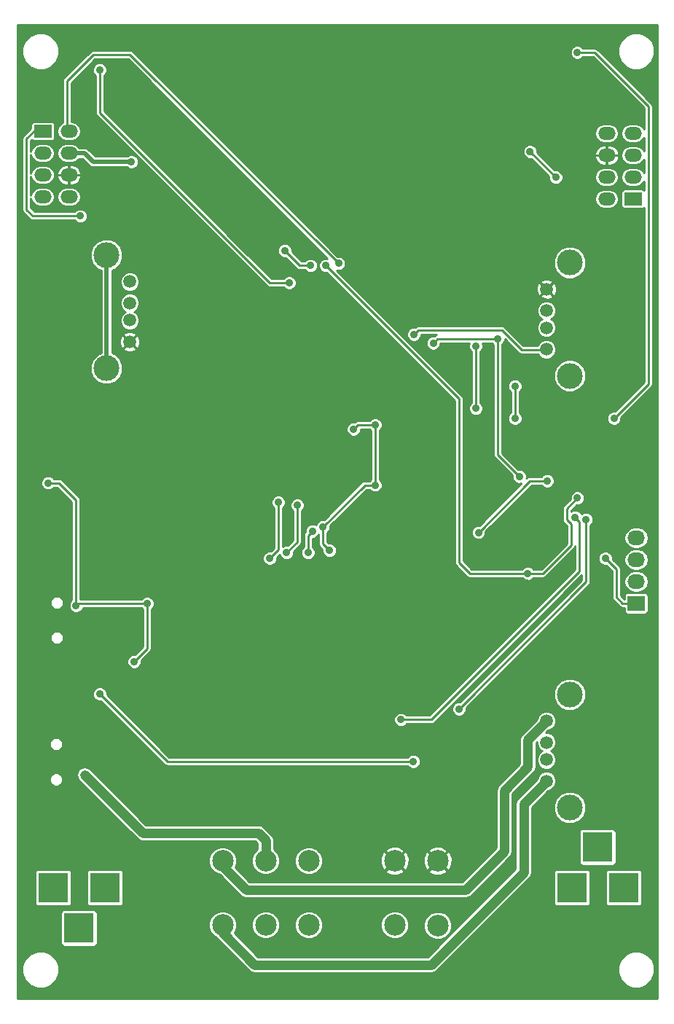
<source format=gbl>
G04 #@! TF.FileFunction,Copper,L2,Bot,Signal*
%FSLAX46Y46*%
G04 Gerber Fmt 4.6, Leading zero omitted, Abs format (unit mm)*
G04 Created by KiCad (PCBNEW 4.0.2-stable) date Wednesday, 13 July 2016 'amt' 02:23:21*
%MOMM*%
G01*
G04 APERTURE LIST*
%ADD10C,0.100000*%
%ADD11C,2.500000*%
%ADD12C,2.999740*%
%ADD13C,1.501140*%
%ADD14O,2.000000X1.500000*%
%ADD15R,2.000000X1.500000*%
%ADD16R,3.500120X3.500120*%
%ADD17R,2.032000X1.727200*%
%ADD18O,2.032000X1.727200*%
%ADD19C,0.910000*%
%ADD20C,0.508000*%
%ADD21C,0.254000*%
%ADD22C,1.116000*%
G04 APERTURE END LIST*
D10*
D11*
X167529520Y-131150480D03*
X152529520Y-131150480D03*
X147529520Y-131150480D03*
X142529520Y-131150480D03*
X142529520Y-138600480D03*
X147529520Y-138600480D03*
X152529520Y-138600480D03*
X167519520Y-138660480D03*
X162529520Y-131150480D03*
X162529520Y-138600480D03*
D12*
X182865380Y-74796460D03*
X182865380Y-61654500D03*
D13*
X180155200Y-71725600D03*
X180155200Y-69226240D03*
X180155200Y-67224720D03*
X180155200Y-64725360D03*
D12*
X129029140Y-60779020D03*
X129029140Y-73920980D03*
D13*
X131739320Y-63849880D03*
X131739320Y-66349240D03*
X131739320Y-68350760D03*
X131739320Y-70850120D03*
D14*
X187164520Y-46635480D03*
X190204520Y-46635480D03*
D15*
X190204520Y-54255480D03*
D14*
X187164520Y-54255480D03*
X190204520Y-51715480D03*
X187164520Y-51715480D03*
X190204520Y-49175480D03*
X187164520Y-49175480D03*
X124670000Y-54010000D03*
X121630000Y-54010000D03*
D15*
X121630000Y-46390000D03*
D14*
X124670000Y-46390000D03*
X121630000Y-48930000D03*
X124670000Y-48930000D03*
X121630000Y-51470000D03*
X124670000Y-51470000D03*
D16*
X183119380Y-134265480D03*
X189118860Y-134265480D03*
X186119120Y-129566480D03*
D12*
X182865380Y-124961460D03*
X182865380Y-111819500D03*
D13*
X180155200Y-121890600D03*
X180155200Y-119391240D03*
X180155200Y-117389720D03*
X180155200Y-114890360D03*
D16*
X128844660Y-134265480D03*
X122845180Y-134265480D03*
X125844920Y-138964480D03*
D17*
X190589520Y-101245480D03*
D18*
X190589520Y-98705480D03*
X190589520Y-96165480D03*
X190589520Y-93625480D03*
D19*
X181750000Y-92000000D03*
X156000000Y-67000000D03*
X155778200Y-87299800D03*
X153720800Y-87579200D03*
X157556200Y-87249000D03*
X153517600Y-86207600D03*
X153339800Y-84226400D03*
X169750000Y-68500000D03*
X153500000Y-82250000D03*
X180250000Y-87000000D03*
X172250000Y-93000000D03*
X176500000Y-76000000D03*
X176500000Y-79750000D03*
X128250000Y-111750000D03*
X164699520Y-119600480D03*
X187000000Y-96000000D03*
X178250000Y-48750000D03*
X181250000Y-51750000D03*
X126000000Y-56250000D03*
X156000000Y-61750000D03*
X152750000Y-62000000D03*
X149750000Y-60250000D03*
X131915520Y-49937480D03*
X163250000Y-114750000D03*
X183500000Y-91250000D03*
X184750000Y-91500000D03*
X170000000Y-113500000D03*
X128250000Y-39250000D03*
X150250000Y-64000000D03*
X177000000Y-86500000D03*
X174500000Y-70500000D03*
X167000000Y-71000000D03*
X154500000Y-62000000D03*
X183750000Y-89000000D03*
X178000000Y-97750000D03*
X188000000Y-79750000D03*
X183750000Y-37250000D03*
X164750000Y-70000000D03*
X126492000Y-121158000D03*
X122250000Y-87250000D03*
X132250000Y-108000000D03*
X133750000Y-101250000D03*
X125500000Y-101500000D03*
X151199520Y-89850480D03*
X149949520Y-95350480D03*
X152449520Y-95350480D03*
X152949520Y-92850480D03*
X157750000Y-81000000D03*
X160250000Y-87500000D03*
X160250000Y-80500000D03*
X154949520Y-95100480D03*
X154199520Y-92350480D03*
X149000000Y-89500000D03*
X148000000Y-96000000D03*
X171949520Y-78600480D03*
X171949520Y-71350480D03*
D20*
X129029140Y-60779020D02*
X129029140Y-73920980D01*
D21*
X180250000Y-87000000D02*
X178250000Y-87000000D01*
X172250000Y-93000000D02*
X178250000Y-87000000D01*
X176500000Y-79750000D02*
X176500000Y-76000000D01*
X136100480Y-119600480D02*
X164699520Y-119600480D01*
X128250000Y-111750000D02*
X136100480Y-119600480D01*
X188995480Y-101245480D02*
X190589520Y-101245480D01*
X188250000Y-100500000D02*
X188995480Y-101245480D01*
X188250000Y-97250000D02*
X188250000Y-100500000D01*
X187000000Y-96000000D02*
X188250000Y-97250000D01*
X181250000Y-51750000D02*
X178250000Y-48750000D01*
X124429520Y-54000480D02*
X124420000Y-54010000D01*
X120610000Y-46390000D02*
X121880000Y-46390000D01*
X119750000Y-47250000D02*
X120610000Y-46390000D01*
X119750000Y-55500000D02*
X119750000Y-47250000D01*
X120500000Y-56250000D02*
X119750000Y-55500000D01*
X126000000Y-56250000D02*
X120500000Y-56250000D01*
X124420000Y-40580000D02*
X124420000Y-46390000D01*
X127500000Y-37500000D02*
X124420000Y-40580000D01*
X131750000Y-37500000D02*
X127500000Y-37500000D01*
X156000000Y-61750000D02*
X131750000Y-37500000D01*
X151500000Y-62000000D02*
X152750000Y-62000000D01*
X149750000Y-60250000D02*
X151500000Y-62000000D01*
D20*
X124420000Y-48930000D02*
X126463040Y-48930000D01*
X127470520Y-49937480D02*
X131915520Y-49937480D01*
X126463040Y-48930000D02*
X127470520Y-49937480D01*
D22*
X145250000Y-134500000D02*
X170750000Y-134500000D01*
X142529520Y-131779520D02*
X145250000Y-134500000D01*
X178000000Y-117045560D02*
X180155200Y-114890360D01*
X178000000Y-120250000D02*
X178000000Y-117045560D01*
X175250000Y-123000000D02*
X178000000Y-120250000D01*
X175250000Y-130000000D02*
X175250000Y-123000000D01*
X170750000Y-134500000D02*
X175250000Y-130000000D01*
X142529520Y-131150480D02*
X142529520Y-131779520D01*
X177500000Y-132500000D02*
X177500000Y-124545800D01*
X142529520Y-138600480D02*
X142529520Y-139529520D01*
X142529520Y-139529520D02*
X146250000Y-143250000D01*
X177500000Y-124545800D02*
X180155200Y-121890600D01*
X166750000Y-143250000D02*
X177500000Y-132500000D01*
X146250000Y-143250000D02*
X166750000Y-143250000D01*
D21*
X166750000Y-114750000D02*
X163250000Y-114750000D01*
X184000000Y-97500000D02*
X166750000Y-114750000D01*
X184000000Y-91750000D02*
X184000000Y-97500000D01*
X183500000Y-91250000D02*
X184000000Y-91750000D01*
X184750000Y-98750000D02*
X184750000Y-91500000D01*
X170000000Y-113500000D02*
X184750000Y-98750000D01*
X128250000Y-44250000D02*
X128250000Y-39250000D01*
X148000000Y-64000000D02*
X128250000Y-44250000D01*
X150250000Y-64000000D02*
X148000000Y-64000000D01*
X174500000Y-70500000D02*
X174500000Y-84000000D01*
X174500000Y-84000000D02*
X177000000Y-86500000D01*
X167500000Y-70500000D02*
X174500000Y-70500000D01*
X167000000Y-71000000D02*
X167500000Y-70500000D01*
X170000000Y-77500000D02*
X170000000Y-96500000D01*
X154500000Y-62000000D02*
X170000000Y-77500000D01*
X171250000Y-97750000D02*
X178000000Y-97750000D01*
X170000000Y-96500000D02*
X171250000Y-97750000D01*
X178000000Y-97750000D02*
X179750000Y-97750000D01*
X179750000Y-97750000D02*
X183000000Y-94500000D01*
X183000000Y-94500000D02*
X183000000Y-92000000D01*
X183000000Y-92000000D02*
X182500000Y-91500000D01*
X182500000Y-91500000D02*
X182500000Y-90250000D01*
X182500000Y-90250000D02*
X183750000Y-89000000D01*
X188000000Y-79750000D02*
X192000000Y-75750000D01*
X192000000Y-75750000D02*
X192000000Y-43500000D01*
X192000000Y-43500000D02*
X185750000Y-37250000D01*
X185750000Y-37250000D02*
X183750000Y-37250000D01*
X175000000Y-69500000D02*
X177250000Y-71750000D01*
X175000000Y-69500000D02*
X165250000Y-69500000D01*
X165250000Y-69500000D02*
X164750000Y-70000000D01*
X177250000Y-71750000D02*
X180130800Y-71750000D01*
X180130800Y-71750000D02*
X180155200Y-71725600D01*
D22*
X147529520Y-128733520D02*
X146685000Y-127889000D01*
X146685000Y-127889000D02*
X133223000Y-127889000D01*
X133223000Y-127889000D02*
X126492000Y-121158000D01*
X147529520Y-128733520D02*
X147529520Y-131150480D01*
D21*
X125500000Y-101500000D02*
X125500000Y-89250000D01*
X123500000Y-87250000D02*
X122250000Y-87250000D01*
X125500000Y-89250000D02*
X123500000Y-87250000D01*
X133750000Y-101250000D02*
X133750000Y-106500000D01*
X133750000Y-106500000D02*
X132250000Y-108000000D01*
X125750000Y-101250000D02*
X133750000Y-101250000D01*
X125500000Y-101500000D02*
X125750000Y-101250000D01*
X151199520Y-94100480D02*
X151199520Y-89850480D01*
X149949520Y-95350480D02*
X151199520Y-94100480D01*
X152449520Y-93350480D02*
X152449520Y-95350480D01*
X152949520Y-92850480D02*
X152449520Y-93350480D01*
X160250000Y-87500000D02*
X159050000Y-87500000D01*
X159050000Y-87500000D02*
X154199520Y-92350480D01*
X160250000Y-80500000D02*
X160250000Y-87500000D01*
X158250000Y-80500000D02*
X160250000Y-80500000D01*
X157750000Y-81000000D02*
X158250000Y-80500000D01*
X154949520Y-95100480D02*
X154199520Y-94350480D01*
X154199520Y-94350480D02*
X154199520Y-92350480D01*
X149000000Y-95000000D02*
X149000000Y-89500000D01*
X148000000Y-96000000D02*
X149000000Y-95000000D01*
X171949520Y-78600480D02*
X171949520Y-71350480D01*
G36*
X193040000Y-147144480D02*
X118655520Y-147144480D01*
X118655520Y-144212502D01*
X119243151Y-144212502D01*
X119566893Y-144996018D01*
X120165829Y-145596001D01*
X120948778Y-145921110D01*
X121796542Y-145921849D01*
X122580058Y-145598107D01*
X123180041Y-144999171D01*
X123505150Y-144216222D01*
X123505153Y-144212502D01*
X188458151Y-144212502D01*
X188781893Y-144996018D01*
X189380829Y-145596001D01*
X190163778Y-145921110D01*
X191011542Y-145921849D01*
X191795058Y-145598107D01*
X192395041Y-144999171D01*
X192720150Y-144216222D01*
X192720889Y-143368458D01*
X192397147Y-142584942D01*
X191798211Y-141984959D01*
X191015262Y-141659850D01*
X190167498Y-141659111D01*
X189383982Y-141982853D01*
X188783999Y-142581789D01*
X188458890Y-143364738D01*
X188458151Y-144212502D01*
X123505153Y-144212502D01*
X123505889Y-143368458D01*
X123182147Y-142584942D01*
X122583211Y-141984959D01*
X121800262Y-141659850D01*
X120952498Y-141659111D01*
X120168982Y-141982853D01*
X119568999Y-142581789D01*
X119243890Y-143364738D01*
X119243151Y-144212502D01*
X118655520Y-144212502D01*
X118655520Y-137214420D01*
X123706396Y-137214420D01*
X123706396Y-140714540D01*
X123732963Y-140855730D01*
X123816406Y-140985405D01*
X123943726Y-141072399D01*
X124094860Y-141103004D01*
X127594980Y-141103004D01*
X127736170Y-141076437D01*
X127865845Y-140992994D01*
X127952839Y-140865674D01*
X127983444Y-140714540D01*
X127983444Y-138923483D01*
X140898238Y-138923483D01*
X141146019Y-139523160D01*
X141604427Y-139982368D01*
X141770576Y-140051359D01*
X141865547Y-140193493D01*
X145586027Y-143913973D01*
X145890660Y-144117523D01*
X146250000Y-144189000D01*
X166750000Y-144189000D01*
X167109340Y-144117523D01*
X167413973Y-143913973D01*
X178163973Y-133163973D01*
X178367523Y-132859340D01*
X178435932Y-132515420D01*
X180980856Y-132515420D01*
X180980856Y-136015540D01*
X181007423Y-136156730D01*
X181090866Y-136286405D01*
X181218186Y-136373399D01*
X181369320Y-136404004D01*
X184869440Y-136404004D01*
X185010630Y-136377437D01*
X185140305Y-136293994D01*
X185227299Y-136166674D01*
X185257904Y-136015540D01*
X185257904Y-132515420D01*
X186980336Y-132515420D01*
X186980336Y-136015540D01*
X187006903Y-136156730D01*
X187090346Y-136286405D01*
X187217666Y-136373399D01*
X187368800Y-136404004D01*
X190868920Y-136404004D01*
X191010110Y-136377437D01*
X191139785Y-136293994D01*
X191226779Y-136166674D01*
X191257384Y-136015540D01*
X191257384Y-132515420D01*
X191230817Y-132374230D01*
X191147374Y-132244555D01*
X191020054Y-132157561D01*
X190868920Y-132126956D01*
X187368800Y-132126956D01*
X187227610Y-132153523D01*
X187097935Y-132236966D01*
X187010941Y-132364286D01*
X186980336Y-132515420D01*
X185257904Y-132515420D01*
X185231337Y-132374230D01*
X185147894Y-132244555D01*
X185020574Y-132157561D01*
X184869440Y-132126956D01*
X181369320Y-132126956D01*
X181228130Y-132153523D01*
X181098455Y-132236966D01*
X181011461Y-132364286D01*
X180980856Y-132515420D01*
X178435932Y-132515420D01*
X178439000Y-132500000D01*
X178439000Y-127816420D01*
X183980596Y-127816420D01*
X183980596Y-131316540D01*
X184007163Y-131457730D01*
X184090606Y-131587405D01*
X184217926Y-131674399D01*
X184369060Y-131705004D01*
X187869180Y-131705004D01*
X188010370Y-131678437D01*
X188140045Y-131594994D01*
X188227039Y-131467674D01*
X188257644Y-131316540D01*
X188257644Y-127816420D01*
X188231077Y-127675230D01*
X188147634Y-127545555D01*
X188020314Y-127458561D01*
X187869180Y-127427956D01*
X184369060Y-127427956D01*
X184227870Y-127454523D01*
X184098195Y-127537966D01*
X184011201Y-127665286D01*
X183980596Y-127816420D01*
X178439000Y-127816420D01*
X178439000Y-125333947D01*
X180984185Y-125333947D01*
X181269927Y-126025495D01*
X181798562Y-126555054D01*
X182489611Y-126842002D01*
X183237867Y-126842655D01*
X183929415Y-126556913D01*
X184458974Y-126028278D01*
X184745922Y-125337229D01*
X184746575Y-124588973D01*
X184460833Y-123897425D01*
X183932198Y-123367866D01*
X183241149Y-123080918D01*
X182492893Y-123080265D01*
X181801345Y-123366007D01*
X181271786Y-123894642D01*
X180984838Y-124585691D01*
X180984185Y-125333947D01*
X178439000Y-125333947D01*
X178439000Y-124934746D01*
X180351404Y-123022342D01*
X180379296Y-123022366D01*
X180795346Y-122850458D01*
X181113939Y-122532420D01*
X181286573Y-122116671D01*
X181286966Y-121666504D01*
X181115058Y-121250454D01*
X180797020Y-120931861D01*
X180381271Y-120759227D01*
X179931104Y-120758834D01*
X179515054Y-120930742D01*
X179196461Y-121248780D01*
X179023827Y-121664529D01*
X179023801Y-121694053D01*
X176836027Y-123881827D01*
X176632477Y-124186460D01*
X176561000Y-124545800D01*
X176561000Y-132111054D01*
X166361054Y-142311000D01*
X146638946Y-142311000D01*
X143882438Y-139554492D01*
X143911408Y-139525573D01*
X144160236Y-138926329D01*
X144160238Y-138923483D01*
X145898238Y-138923483D01*
X146146019Y-139523160D01*
X146604427Y-139982368D01*
X147203671Y-140231196D01*
X147852523Y-140231762D01*
X148452200Y-139983981D01*
X148911408Y-139525573D01*
X149160236Y-138926329D01*
X149160238Y-138923483D01*
X150898238Y-138923483D01*
X151146019Y-139523160D01*
X151604427Y-139982368D01*
X152203671Y-140231196D01*
X152852523Y-140231762D01*
X153452200Y-139983981D01*
X153911408Y-139525573D01*
X154160236Y-138926329D01*
X154160238Y-138923483D01*
X160898238Y-138923483D01*
X161146019Y-139523160D01*
X161604427Y-139982368D01*
X162203671Y-140231196D01*
X162852523Y-140231762D01*
X163452200Y-139983981D01*
X163911408Y-139525573D01*
X164136503Y-138983483D01*
X165888238Y-138983483D01*
X166136019Y-139583160D01*
X166594427Y-140042368D01*
X167193671Y-140291196D01*
X167842523Y-140291762D01*
X168442200Y-140043981D01*
X168901408Y-139585573D01*
X169150236Y-138986329D01*
X169150802Y-138337477D01*
X168903021Y-137737800D01*
X168444613Y-137278592D01*
X167845369Y-137029764D01*
X167196517Y-137029198D01*
X166596840Y-137276979D01*
X166137632Y-137735387D01*
X165888804Y-138334631D01*
X165888238Y-138983483D01*
X164136503Y-138983483D01*
X164160236Y-138926329D01*
X164160802Y-138277477D01*
X163913021Y-137677800D01*
X163454613Y-137218592D01*
X162855369Y-136969764D01*
X162206517Y-136969198D01*
X161606840Y-137216979D01*
X161147632Y-137675387D01*
X160898804Y-138274631D01*
X160898238Y-138923483D01*
X154160238Y-138923483D01*
X154160802Y-138277477D01*
X153913021Y-137677800D01*
X153454613Y-137218592D01*
X152855369Y-136969764D01*
X152206517Y-136969198D01*
X151606840Y-137216979D01*
X151147632Y-137675387D01*
X150898804Y-138274631D01*
X150898238Y-138923483D01*
X149160238Y-138923483D01*
X149160802Y-138277477D01*
X148913021Y-137677800D01*
X148454613Y-137218592D01*
X147855369Y-136969764D01*
X147206517Y-136969198D01*
X146606840Y-137216979D01*
X146147632Y-137675387D01*
X145898804Y-138274631D01*
X145898238Y-138923483D01*
X144160238Y-138923483D01*
X144160802Y-138277477D01*
X143913021Y-137677800D01*
X143454613Y-137218592D01*
X142855369Y-136969764D01*
X142206517Y-136969198D01*
X141606840Y-137216979D01*
X141147632Y-137675387D01*
X140898804Y-138274631D01*
X140898238Y-138923483D01*
X127983444Y-138923483D01*
X127983444Y-137214420D01*
X127956877Y-137073230D01*
X127873434Y-136943555D01*
X127746114Y-136856561D01*
X127594980Y-136825956D01*
X124094860Y-136825956D01*
X123953670Y-136852523D01*
X123823995Y-136935966D01*
X123737001Y-137063286D01*
X123706396Y-137214420D01*
X118655520Y-137214420D01*
X118655520Y-132515420D01*
X120706656Y-132515420D01*
X120706656Y-136015540D01*
X120733223Y-136156730D01*
X120816666Y-136286405D01*
X120943986Y-136373399D01*
X121095120Y-136404004D01*
X124595240Y-136404004D01*
X124736430Y-136377437D01*
X124866105Y-136293994D01*
X124953099Y-136166674D01*
X124983704Y-136015540D01*
X124983704Y-132515420D01*
X126706136Y-132515420D01*
X126706136Y-136015540D01*
X126732703Y-136156730D01*
X126816146Y-136286405D01*
X126943466Y-136373399D01*
X127094600Y-136404004D01*
X130594720Y-136404004D01*
X130735910Y-136377437D01*
X130865585Y-136293994D01*
X130952579Y-136166674D01*
X130983184Y-136015540D01*
X130983184Y-132515420D01*
X130956617Y-132374230D01*
X130873174Y-132244555D01*
X130745854Y-132157561D01*
X130594720Y-132126956D01*
X127094600Y-132126956D01*
X126953410Y-132153523D01*
X126823735Y-132236966D01*
X126736741Y-132364286D01*
X126706136Y-132515420D01*
X124983704Y-132515420D01*
X124957137Y-132374230D01*
X124873694Y-132244555D01*
X124746374Y-132157561D01*
X124595240Y-132126956D01*
X121095120Y-132126956D01*
X120953930Y-132153523D01*
X120824255Y-132236966D01*
X120737261Y-132364286D01*
X120706656Y-132515420D01*
X118655520Y-132515420D01*
X118655520Y-131473483D01*
X140898238Y-131473483D01*
X141146019Y-132073160D01*
X141604427Y-132532368D01*
X142202951Y-132780897D01*
X144586027Y-135163973D01*
X144890660Y-135367523D01*
X145250000Y-135439000D01*
X170750000Y-135439000D01*
X171109340Y-135367523D01*
X171413973Y-135163973D01*
X175913973Y-130663973D01*
X176117523Y-130359340D01*
X176189000Y-130000000D01*
X176189000Y-123388946D01*
X178663973Y-120913973D01*
X178867523Y-120609340D01*
X178890460Y-120494027D01*
X178939000Y-120250000D01*
X178939000Y-117434506D01*
X179023664Y-117349842D01*
X179023434Y-117613816D01*
X179195342Y-118029866D01*
X179513380Y-118348459D01*
X179614312Y-118390370D01*
X179515054Y-118431382D01*
X179196461Y-118749420D01*
X179023827Y-119165169D01*
X179023434Y-119615336D01*
X179195342Y-120031386D01*
X179513380Y-120349979D01*
X179929129Y-120522613D01*
X180379296Y-120523006D01*
X180795346Y-120351098D01*
X181113939Y-120033060D01*
X181286573Y-119617311D01*
X181286966Y-119167144D01*
X181115058Y-118751094D01*
X180797020Y-118432501D01*
X180696088Y-118390590D01*
X180795346Y-118349578D01*
X181113939Y-118031540D01*
X181286573Y-117615791D01*
X181286966Y-117165624D01*
X181115058Y-116749574D01*
X180797020Y-116430981D01*
X180381271Y-116258347D01*
X180115391Y-116258115D01*
X180351404Y-116022102D01*
X180379296Y-116022126D01*
X180795346Y-115850218D01*
X181113939Y-115532180D01*
X181286573Y-115116431D01*
X181286966Y-114666264D01*
X181115058Y-114250214D01*
X180797020Y-113931621D01*
X180381271Y-113758987D01*
X179931104Y-113758594D01*
X179515054Y-113930502D01*
X179196461Y-114248540D01*
X179023827Y-114664289D01*
X179023801Y-114693813D01*
X177336027Y-116381587D01*
X177132477Y-116686220D01*
X177061000Y-117045560D01*
X177061000Y-119861054D01*
X174586027Y-122336027D01*
X174382477Y-122640660D01*
X174311000Y-123000000D01*
X174311000Y-129611054D01*
X170361054Y-133561000D01*
X145638946Y-133561000D01*
X143982444Y-131904498D01*
X144160236Y-131476329D01*
X144160802Y-130827477D01*
X143913021Y-130227800D01*
X143454613Y-129768592D01*
X142855369Y-129519764D01*
X142206517Y-129519198D01*
X141606840Y-129766979D01*
X141147632Y-130225387D01*
X140898804Y-130824631D01*
X140898238Y-131473483D01*
X118655520Y-131473483D01*
X118655520Y-121864907D01*
X122409605Y-121864907D01*
X122528069Y-122151613D01*
X122747233Y-122371160D01*
X123033732Y-122490125D01*
X123343947Y-122490395D01*
X123630653Y-122371931D01*
X123850200Y-122152767D01*
X123969165Y-121866268D01*
X123969435Y-121556053D01*
X123850971Y-121269347D01*
X123739819Y-121158000D01*
X125553000Y-121158000D01*
X125624477Y-121517340D01*
X125828027Y-121821973D01*
X132559026Y-128552973D01*
X132829234Y-128733520D01*
X132863660Y-128756523D01*
X133223000Y-128828000D01*
X146296054Y-128828000D01*
X146590520Y-129122467D01*
X146590520Y-129783271D01*
X146147632Y-130225387D01*
X145898804Y-130824631D01*
X145898238Y-131473483D01*
X146146019Y-132073160D01*
X146604427Y-132532368D01*
X147203671Y-132781196D01*
X147852523Y-132781762D01*
X148452200Y-132533981D01*
X148911408Y-132075573D01*
X149160236Y-131476329D01*
X149160238Y-131473483D01*
X150898238Y-131473483D01*
X151146019Y-132073160D01*
X151604427Y-132532368D01*
X152203671Y-132781196D01*
X152852523Y-132781762D01*
X153452200Y-132533981D01*
X153686397Y-132300192D01*
X161412334Y-132300192D01*
X161543192Y-132547175D01*
X162152763Y-132818309D01*
X162819693Y-132835532D01*
X163442446Y-132596221D01*
X163515848Y-132547175D01*
X163646706Y-132300192D01*
X166412334Y-132300192D01*
X166543192Y-132547175D01*
X167152763Y-132818309D01*
X167819693Y-132835532D01*
X168442446Y-132596221D01*
X168515848Y-132547175D01*
X168646706Y-132300192D01*
X167529520Y-131183007D01*
X166412334Y-132300192D01*
X163646706Y-132300192D01*
X162529520Y-131183007D01*
X161412334Y-132300192D01*
X153686397Y-132300192D01*
X153911408Y-132075573D01*
X154160236Y-131476329D01*
X154160267Y-131440653D01*
X160844468Y-131440653D01*
X161083779Y-132063406D01*
X161132825Y-132136808D01*
X161379808Y-132267666D01*
X162496993Y-131150480D01*
X162562047Y-131150480D01*
X163679232Y-132267666D01*
X163926215Y-132136808D01*
X164197349Y-131527237D01*
X164199584Y-131440653D01*
X165844468Y-131440653D01*
X166083779Y-132063406D01*
X166132825Y-132136808D01*
X166379808Y-132267666D01*
X167496993Y-131150480D01*
X167562047Y-131150480D01*
X168679232Y-132267666D01*
X168926215Y-132136808D01*
X169197349Y-131527237D01*
X169214572Y-130860307D01*
X168975261Y-130237554D01*
X168926215Y-130164152D01*
X168679232Y-130033294D01*
X167562047Y-131150480D01*
X167496993Y-131150480D01*
X166379808Y-130033294D01*
X166132825Y-130164152D01*
X165861691Y-130773723D01*
X165844468Y-131440653D01*
X164199584Y-131440653D01*
X164214572Y-130860307D01*
X163975261Y-130237554D01*
X163926215Y-130164152D01*
X163679232Y-130033294D01*
X162562047Y-131150480D01*
X162496993Y-131150480D01*
X161379808Y-130033294D01*
X161132825Y-130164152D01*
X160861691Y-130773723D01*
X160844468Y-131440653D01*
X154160267Y-131440653D01*
X154160802Y-130827477D01*
X153913021Y-130227800D01*
X153686385Y-130000768D01*
X161412334Y-130000768D01*
X162529520Y-131117953D01*
X163646706Y-130000768D01*
X166412334Y-130000768D01*
X167529520Y-131117953D01*
X168646706Y-130000768D01*
X168515848Y-129753785D01*
X167906277Y-129482651D01*
X167239347Y-129465428D01*
X166616594Y-129704739D01*
X166543192Y-129753785D01*
X166412334Y-130000768D01*
X163646706Y-130000768D01*
X163515848Y-129753785D01*
X162906277Y-129482651D01*
X162239347Y-129465428D01*
X161616594Y-129704739D01*
X161543192Y-129753785D01*
X161412334Y-130000768D01*
X153686385Y-130000768D01*
X153454613Y-129768592D01*
X152855369Y-129519764D01*
X152206517Y-129519198D01*
X151606840Y-129766979D01*
X151147632Y-130225387D01*
X150898804Y-130824631D01*
X150898238Y-131473483D01*
X149160238Y-131473483D01*
X149160802Y-130827477D01*
X148913021Y-130227800D01*
X148468520Y-129782523D01*
X148468520Y-128733520D01*
X148397043Y-128374180D01*
X148312958Y-128248339D01*
X148193494Y-128069547D01*
X147348973Y-127225027D01*
X147044340Y-127021477D01*
X146685000Y-126950000D01*
X133611947Y-126950000D01*
X127155973Y-120494027D01*
X126851340Y-120290477D01*
X126492000Y-120219000D01*
X126132660Y-120290477D01*
X125828027Y-120494027D01*
X125624477Y-120798660D01*
X125553000Y-121158000D01*
X123739819Y-121158000D01*
X123631807Y-121049800D01*
X123345308Y-120930835D01*
X123035093Y-120930565D01*
X122748387Y-121049029D01*
X122528840Y-121268193D01*
X122409875Y-121554692D01*
X122409605Y-121864907D01*
X118655520Y-121864907D01*
X118655520Y-117764907D01*
X122409605Y-117764907D01*
X122528069Y-118051613D01*
X122747233Y-118271160D01*
X123033732Y-118390125D01*
X123343947Y-118390395D01*
X123630653Y-118271931D01*
X123850200Y-118052767D01*
X123969165Y-117766268D01*
X123969435Y-117456053D01*
X123850971Y-117169347D01*
X123631807Y-116949800D01*
X123345308Y-116830835D01*
X123035093Y-116830565D01*
X122748387Y-116949029D01*
X122528840Y-117168193D01*
X122409875Y-117454692D01*
X122409605Y-117764907D01*
X118655520Y-117764907D01*
X118655520Y-111915561D01*
X127413855Y-111915561D01*
X127540861Y-112222937D01*
X127775826Y-112458313D01*
X128082980Y-112585854D01*
X128367683Y-112586103D01*
X135741270Y-119959690D01*
X135906076Y-120069811D01*
X135938330Y-120076226D01*
X136100480Y-120108480D01*
X164025383Y-120108480D01*
X164225346Y-120308793D01*
X164532500Y-120436334D01*
X164865081Y-120436625D01*
X165172457Y-120309619D01*
X165407833Y-120074654D01*
X165535374Y-119767500D01*
X165535665Y-119434919D01*
X165408659Y-119127543D01*
X165173694Y-118892167D01*
X164866540Y-118764626D01*
X164533959Y-118764335D01*
X164226583Y-118891341D01*
X164025092Y-119092480D01*
X136310900Y-119092480D01*
X129085897Y-111867477D01*
X129086145Y-111584439D01*
X128959139Y-111277063D01*
X128724174Y-111041687D01*
X128417020Y-110914146D01*
X128084439Y-110913855D01*
X127777063Y-111040861D01*
X127541687Y-111275826D01*
X127414146Y-111582980D01*
X127413855Y-111915561D01*
X118655520Y-111915561D01*
X118655520Y-105404907D01*
X122469605Y-105404907D01*
X122588069Y-105691613D01*
X122807233Y-105911160D01*
X123093732Y-106030125D01*
X123403947Y-106030395D01*
X123690653Y-105911931D01*
X123910200Y-105692767D01*
X124029165Y-105406268D01*
X124029435Y-105096053D01*
X123910971Y-104809347D01*
X123691807Y-104589800D01*
X123405308Y-104470835D01*
X123095093Y-104470565D01*
X122808387Y-104589029D01*
X122588840Y-104808193D01*
X122469875Y-105094692D01*
X122469605Y-105404907D01*
X118655520Y-105404907D01*
X118655520Y-101304907D01*
X122469605Y-101304907D01*
X122588069Y-101591613D01*
X122807233Y-101811160D01*
X123093732Y-101930125D01*
X123403947Y-101930395D01*
X123690653Y-101811931D01*
X123910200Y-101592767D01*
X124029165Y-101306268D01*
X124029435Y-100996053D01*
X123910971Y-100709347D01*
X123691807Y-100489800D01*
X123405308Y-100370835D01*
X123095093Y-100370565D01*
X122808387Y-100489029D01*
X122588840Y-100708193D01*
X122469875Y-100994692D01*
X122469605Y-101304907D01*
X118655520Y-101304907D01*
X118655520Y-87415561D01*
X121413855Y-87415561D01*
X121540861Y-87722937D01*
X121775826Y-87958313D01*
X122082980Y-88085854D01*
X122415561Y-88086145D01*
X122722937Y-87959139D01*
X122924428Y-87758000D01*
X123289580Y-87758000D01*
X124992000Y-89460420D01*
X124992000Y-100825863D01*
X124791687Y-101025826D01*
X124664146Y-101332980D01*
X124663855Y-101665561D01*
X124790861Y-101972937D01*
X125025826Y-102208313D01*
X125332980Y-102335854D01*
X125665561Y-102336145D01*
X125972937Y-102209139D01*
X126208313Y-101974174D01*
X126298076Y-101758000D01*
X133075863Y-101758000D01*
X133242000Y-101924428D01*
X133242000Y-106289580D01*
X132367477Y-107164103D01*
X132084439Y-107163855D01*
X131777063Y-107290861D01*
X131541687Y-107525826D01*
X131414146Y-107832980D01*
X131413855Y-108165561D01*
X131540861Y-108472937D01*
X131775826Y-108708313D01*
X132082980Y-108835854D01*
X132415561Y-108836145D01*
X132722937Y-108709139D01*
X132958313Y-108474174D01*
X133085854Y-108167020D01*
X133086103Y-107882317D01*
X134109210Y-106859210D01*
X134219331Y-106694404D01*
X134225746Y-106662150D01*
X134258000Y-106500000D01*
X134258000Y-101924137D01*
X134458313Y-101724174D01*
X134585854Y-101417020D01*
X134586145Y-101084439D01*
X134459139Y-100777063D01*
X134224174Y-100541687D01*
X133917020Y-100414146D01*
X133584439Y-100413855D01*
X133277063Y-100540861D01*
X133075572Y-100742000D01*
X126008000Y-100742000D01*
X126008000Y-96165561D01*
X147163855Y-96165561D01*
X147290861Y-96472937D01*
X147525826Y-96708313D01*
X147832980Y-96835854D01*
X148165561Y-96836145D01*
X148472937Y-96709139D01*
X148708313Y-96474174D01*
X148835854Y-96167020D01*
X148836103Y-95882317D01*
X149139399Y-95579022D01*
X149240381Y-95823417D01*
X149475346Y-96058793D01*
X149782500Y-96186334D01*
X150115081Y-96186625D01*
X150422457Y-96059619D01*
X150657833Y-95824654D01*
X150785374Y-95517500D01*
X150785375Y-95516041D01*
X151613375Y-95516041D01*
X151740381Y-95823417D01*
X151975346Y-96058793D01*
X152282500Y-96186334D01*
X152615081Y-96186625D01*
X152922457Y-96059619D01*
X153157833Y-95824654D01*
X153285374Y-95517500D01*
X153285665Y-95184919D01*
X153158659Y-94877543D01*
X152957520Y-94676052D01*
X152957520Y-93686487D01*
X153115081Y-93686625D01*
X153422457Y-93559619D01*
X153657833Y-93324654D01*
X153691520Y-93243526D01*
X153691520Y-94350480D01*
X153730189Y-94544883D01*
X153840310Y-94709690D01*
X154113623Y-94983003D01*
X154113375Y-95266041D01*
X154240381Y-95573417D01*
X154475346Y-95808793D01*
X154782500Y-95936334D01*
X155115081Y-95936625D01*
X155422457Y-95809619D01*
X155657833Y-95574654D01*
X155785374Y-95267500D01*
X155785665Y-94934919D01*
X155658659Y-94627543D01*
X155423694Y-94392167D01*
X155116540Y-94264626D01*
X154831837Y-94264377D01*
X154707520Y-94140060D01*
X154707520Y-93024617D01*
X154907833Y-92824654D01*
X155035374Y-92517500D01*
X155035623Y-92232797D01*
X159260421Y-88008000D01*
X159575863Y-88008000D01*
X159775826Y-88208313D01*
X160082980Y-88335854D01*
X160415561Y-88336145D01*
X160722937Y-88209139D01*
X160958313Y-87974174D01*
X161085854Y-87667020D01*
X161086145Y-87334439D01*
X160959139Y-87027063D01*
X160758000Y-86825572D01*
X160758000Y-81174137D01*
X160958313Y-80974174D01*
X161085854Y-80667020D01*
X161086145Y-80334439D01*
X160959139Y-80027063D01*
X160724174Y-79791687D01*
X160417020Y-79664146D01*
X160084439Y-79663855D01*
X159777063Y-79790861D01*
X159575572Y-79992000D01*
X158250000Y-79992000D01*
X158055597Y-80030669D01*
X157890790Y-80140790D01*
X157867477Y-80164103D01*
X157584439Y-80163855D01*
X157277063Y-80290861D01*
X157041687Y-80525826D01*
X156914146Y-80832980D01*
X156913855Y-81165561D01*
X157040861Y-81472937D01*
X157275826Y-81708313D01*
X157582980Y-81835854D01*
X157915561Y-81836145D01*
X158222937Y-81709139D01*
X158458313Y-81474174D01*
X158585854Y-81167020D01*
X158585993Y-81008000D01*
X159575863Y-81008000D01*
X159742000Y-81174428D01*
X159742000Y-86825863D01*
X159575572Y-86992000D01*
X159050000Y-86992000D01*
X158855597Y-87030669D01*
X158690790Y-87140789D01*
X154316997Y-91514583D01*
X154033959Y-91514335D01*
X153726583Y-91641341D01*
X153491207Y-91876306D01*
X153387119Y-92126980D01*
X153116540Y-92014626D01*
X152783959Y-92014335D01*
X152476583Y-92141341D01*
X152241207Y-92376306D01*
X152113666Y-92683460D01*
X152113417Y-92968163D01*
X152090310Y-92991270D01*
X151980189Y-93156077D01*
X151941520Y-93350480D01*
X151941520Y-94676343D01*
X151741207Y-94876306D01*
X151613666Y-95183460D01*
X151613375Y-95516041D01*
X150785375Y-95516041D01*
X150785623Y-95232797D01*
X151558730Y-94459690D01*
X151668851Y-94294883D01*
X151707520Y-94100480D01*
X151707520Y-90524617D01*
X151907833Y-90324654D01*
X152035374Y-90017500D01*
X152035665Y-89684919D01*
X151908659Y-89377543D01*
X151673694Y-89142167D01*
X151366540Y-89014626D01*
X151033959Y-89014335D01*
X150726583Y-89141341D01*
X150491207Y-89376306D01*
X150363666Y-89683460D01*
X150363375Y-90016041D01*
X150490381Y-90323417D01*
X150691520Y-90524908D01*
X150691520Y-93890060D01*
X150066997Y-94514583D01*
X149783959Y-94514335D01*
X149508000Y-94628360D01*
X149508000Y-90174137D01*
X149708313Y-89974174D01*
X149835854Y-89667020D01*
X149836145Y-89334439D01*
X149709139Y-89027063D01*
X149474174Y-88791687D01*
X149167020Y-88664146D01*
X148834439Y-88663855D01*
X148527063Y-88790861D01*
X148291687Y-89025826D01*
X148164146Y-89332980D01*
X148163855Y-89665561D01*
X148290861Y-89972937D01*
X148492000Y-90174428D01*
X148492000Y-94789579D01*
X148117477Y-95164103D01*
X147834439Y-95163855D01*
X147527063Y-95290861D01*
X147291687Y-95525826D01*
X147164146Y-95832980D01*
X147163855Y-96165561D01*
X126008000Y-96165561D01*
X126008000Y-89250000D01*
X125986551Y-89142167D01*
X125969331Y-89055596D01*
X125859210Y-88890790D01*
X123859210Y-86890790D01*
X123694403Y-86780669D01*
X123500000Y-86742000D01*
X122924137Y-86742000D01*
X122724174Y-86541687D01*
X122417020Y-86414146D01*
X122084439Y-86413855D01*
X121777063Y-86540861D01*
X121541687Y-86775826D01*
X121414146Y-87082980D01*
X121413855Y-87415561D01*
X118655520Y-87415561D01*
X118655520Y-61151507D01*
X127147945Y-61151507D01*
X127433687Y-61843055D01*
X127962322Y-62372614D01*
X128394140Y-62551920D01*
X128394140Y-72148253D01*
X127965105Y-72325527D01*
X127435546Y-72854162D01*
X127148598Y-73545211D01*
X127147945Y-74293467D01*
X127433687Y-74985015D01*
X127962322Y-75514574D01*
X128653371Y-75801522D01*
X129401627Y-75802175D01*
X130093175Y-75516433D01*
X130622734Y-74987798D01*
X130909682Y-74296749D01*
X130910335Y-73548493D01*
X130624593Y-72856945D01*
X130095958Y-72327386D01*
X129664140Y-72148080D01*
X129664140Y-71639709D01*
X130982258Y-71639709D01*
X131052338Y-71834799D01*
X131481452Y-72022742D01*
X131949824Y-72032164D01*
X132386149Y-71861629D01*
X132426302Y-71834799D01*
X132496382Y-71639709D01*
X131739320Y-70882647D01*
X130982258Y-71639709D01*
X129664140Y-71639709D01*
X129664140Y-71060624D01*
X130557276Y-71060624D01*
X130727811Y-71496949D01*
X130754641Y-71537102D01*
X130949731Y-71607182D01*
X131706793Y-70850120D01*
X131771847Y-70850120D01*
X132528909Y-71607182D01*
X132723999Y-71537102D01*
X132911942Y-71107988D01*
X132921364Y-70639616D01*
X132750829Y-70203291D01*
X132723999Y-70163138D01*
X132528909Y-70093058D01*
X131771847Y-70850120D01*
X131706793Y-70850120D01*
X130949731Y-70093058D01*
X130754641Y-70163138D01*
X130566698Y-70592252D01*
X130557276Y-71060624D01*
X129664140Y-71060624D01*
X129664140Y-70060531D01*
X130982258Y-70060531D01*
X131739320Y-70817593D01*
X132496382Y-70060531D01*
X132426302Y-69865441D01*
X131997188Y-69677498D01*
X131528816Y-69668076D01*
X131092491Y-69838611D01*
X131052338Y-69865441D01*
X130982258Y-70060531D01*
X129664140Y-70060531D01*
X129664140Y-66573336D01*
X130607554Y-66573336D01*
X130779462Y-66989386D01*
X131097500Y-67307979D01*
X131198432Y-67349890D01*
X131099174Y-67390902D01*
X130780581Y-67708940D01*
X130607947Y-68124689D01*
X130607554Y-68574856D01*
X130779462Y-68990906D01*
X131097500Y-69309499D01*
X131513249Y-69482133D01*
X131963416Y-69482526D01*
X132379466Y-69310618D01*
X132698059Y-68992580D01*
X132870693Y-68576831D01*
X132871086Y-68126664D01*
X132699178Y-67710614D01*
X132381140Y-67392021D01*
X132280208Y-67350110D01*
X132379466Y-67309098D01*
X132698059Y-66991060D01*
X132870693Y-66575311D01*
X132871086Y-66125144D01*
X132699178Y-65709094D01*
X132381140Y-65390501D01*
X131965391Y-65217867D01*
X131515224Y-65217474D01*
X131099174Y-65389382D01*
X130780581Y-65707420D01*
X130607947Y-66123169D01*
X130607554Y-66573336D01*
X129664140Y-66573336D01*
X129664140Y-64073976D01*
X130607554Y-64073976D01*
X130779462Y-64490026D01*
X131097500Y-64808619D01*
X131513249Y-64981253D01*
X131963416Y-64981646D01*
X132379466Y-64809738D01*
X132698059Y-64491700D01*
X132870693Y-64075951D01*
X132871086Y-63625784D01*
X132699178Y-63209734D01*
X132381140Y-62891141D01*
X131965391Y-62718507D01*
X131515224Y-62718114D01*
X131099174Y-62890022D01*
X130780581Y-63208060D01*
X130607947Y-63623809D01*
X130607554Y-64073976D01*
X129664140Y-64073976D01*
X129664140Y-62551747D01*
X130093175Y-62374473D01*
X130622734Y-61845838D01*
X130909682Y-61154789D01*
X130910335Y-60406533D01*
X130624593Y-59714985D01*
X130095958Y-59185426D01*
X129404909Y-58898478D01*
X128656653Y-58897825D01*
X127965105Y-59183567D01*
X127435546Y-59712202D01*
X127148598Y-60403251D01*
X127147945Y-61151507D01*
X118655520Y-61151507D01*
X118655520Y-47250000D01*
X119242000Y-47250000D01*
X119242000Y-55500000D01*
X119280669Y-55694403D01*
X119390790Y-55859210D01*
X120140790Y-56609210D01*
X120305596Y-56719331D01*
X120500000Y-56758000D01*
X125325863Y-56758000D01*
X125525826Y-56958313D01*
X125832980Y-57085854D01*
X126165561Y-57086145D01*
X126472937Y-56959139D01*
X126708313Y-56724174D01*
X126835854Y-56417020D01*
X126836145Y-56084439D01*
X126709139Y-55777063D01*
X126474174Y-55541687D01*
X126167020Y-55414146D01*
X125834439Y-55413855D01*
X125527063Y-55540861D01*
X125325572Y-55742000D01*
X120710420Y-55742000D01*
X120258000Y-55289580D01*
X120258000Y-54191261D01*
X120308037Y-54442815D01*
X120553207Y-54809738D01*
X120920130Y-55054908D01*
X121352945Y-55141000D01*
X121907055Y-55141000D01*
X122339870Y-55054908D01*
X122706793Y-54809738D01*
X122951963Y-54442815D01*
X123038055Y-54010000D01*
X123261945Y-54010000D01*
X123348037Y-54442815D01*
X123593207Y-54809738D01*
X123960130Y-55054908D01*
X124392945Y-55141000D01*
X124947055Y-55141000D01*
X125379870Y-55054908D01*
X125746793Y-54809738D01*
X125991963Y-54442815D01*
X126078055Y-54010000D01*
X125991963Y-53577185D01*
X125746793Y-53210262D01*
X125379870Y-52965092D01*
X124947055Y-52879000D01*
X124392945Y-52879000D01*
X123960130Y-52965092D01*
X123593207Y-53210262D01*
X123348037Y-53577185D01*
X123261945Y-54010000D01*
X123038055Y-54010000D01*
X122951963Y-53577185D01*
X122706793Y-53210262D01*
X122339870Y-52965092D01*
X121907055Y-52879000D01*
X121352945Y-52879000D01*
X120920130Y-52965092D01*
X120553207Y-53210262D01*
X120308037Y-53577185D01*
X120258000Y-53828739D01*
X120258000Y-51651261D01*
X120308037Y-51902815D01*
X120553207Y-52269738D01*
X120920130Y-52514908D01*
X121352945Y-52601000D01*
X121907055Y-52601000D01*
X122339870Y-52514908D01*
X122706793Y-52269738D01*
X122951963Y-51902815D01*
X122996919Y-51676805D01*
X123261311Y-51676805D01*
X123323792Y-51899169D01*
X123571472Y-52286001D01*
X123948332Y-52548604D01*
X124397000Y-52647000D01*
X124647000Y-52647000D01*
X124647000Y-51493000D01*
X124693000Y-51493000D01*
X124693000Y-52647000D01*
X124943000Y-52647000D01*
X125391668Y-52548604D01*
X125768528Y-52286001D01*
X126016208Y-51899169D01*
X126078689Y-51676805D01*
X125990003Y-51493000D01*
X124693000Y-51493000D01*
X124647000Y-51493000D01*
X123349997Y-51493000D01*
X123261311Y-51676805D01*
X122996919Y-51676805D01*
X123038055Y-51470000D01*
X122996920Y-51263195D01*
X123261311Y-51263195D01*
X123349997Y-51447000D01*
X124647000Y-51447000D01*
X124647000Y-50293000D01*
X124693000Y-50293000D01*
X124693000Y-51447000D01*
X125990003Y-51447000D01*
X126078689Y-51263195D01*
X126016208Y-51040831D01*
X125768528Y-50653999D01*
X125391668Y-50391396D01*
X124943000Y-50293000D01*
X124693000Y-50293000D01*
X124647000Y-50293000D01*
X124397000Y-50293000D01*
X123948332Y-50391396D01*
X123571472Y-50653999D01*
X123323792Y-51040831D01*
X123261311Y-51263195D01*
X122996920Y-51263195D01*
X122951963Y-51037185D01*
X122706793Y-50670262D01*
X122339870Y-50425092D01*
X121907055Y-50339000D01*
X121352945Y-50339000D01*
X120920130Y-50425092D01*
X120553207Y-50670262D01*
X120308037Y-51037185D01*
X120258000Y-51288739D01*
X120258000Y-49111261D01*
X120308037Y-49362815D01*
X120553207Y-49729738D01*
X120920130Y-49974908D01*
X121352945Y-50061000D01*
X121907055Y-50061000D01*
X122339870Y-49974908D01*
X122706793Y-49729738D01*
X122951963Y-49362815D01*
X123038055Y-48930000D01*
X123261945Y-48930000D01*
X123348037Y-49362815D01*
X123593207Y-49729738D01*
X123960130Y-49974908D01*
X124392945Y-50061000D01*
X124947055Y-50061000D01*
X125379870Y-49974908D01*
X125746793Y-49729738D01*
X125856867Y-49565000D01*
X126200014Y-49565000D01*
X127021507Y-50386493D01*
X127227516Y-50524144D01*
X127470520Y-50572480D01*
X131368161Y-50572480D01*
X131441346Y-50645793D01*
X131748500Y-50773334D01*
X132081081Y-50773625D01*
X132388457Y-50646619D01*
X132623833Y-50411654D01*
X132751374Y-50104500D01*
X132751665Y-49771919D01*
X132624659Y-49464543D01*
X132389694Y-49229167D01*
X132082540Y-49101626D01*
X131749959Y-49101335D01*
X131442583Y-49228341D01*
X131368314Y-49302480D01*
X127733546Y-49302480D01*
X126912053Y-48480987D01*
X126706044Y-48343336D01*
X126463040Y-48295000D01*
X125856867Y-48295000D01*
X125746793Y-48130262D01*
X125379870Y-47885092D01*
X124947055Y-47799000D01*
X124392945Y-47799000D01*
X123960130Y-47885092D01*
X123593207Y-48130262D01*
X123348037Y-48497185D01*
X123261945Y-48930000D01*
X123038055Y-48930000D01*
X122951963Y-48497185D01*
X122706793Y-48130262D01*
X122339870Y-47885092D01*
X121907055Y-47799000D01*
X121352945Y-47799000D01*
X120920130Y-47885092D01*
X120553207Y-48130262D01*
X120308037Y-48497185D01*
X120258000Y-48748739D01*
X120258000Y-47460420D01*
X120334322Y-47384098D01*
X120351546Y-47410865D01*
X120478866Y-47497859D01*
X120630000Y-47528464D01*
X122630000Y-47528464D01*
X122771190Y-47501897D01*
X122900865Y-47418454D01*
X122987859Y-47291134D01*
X123018464Y-47140000D01*
X123018464Y-46390000D01*
X123261945Y-46390000D01*
X123348037Y-46822815D01*
X123593207Y-47189738D01*
X123960130Y-47434908D01*
X124392945Y-47521000D01*
X124947055Y-47521000D01*
X125379870Y-47434908D01*
X125746793Y-47189738D01*
X125991963Y-46822815D01*
X126078055Y-46390000D01*
X125991963Y-45957185D01*
X125746793Y-45590262D01*
X125379870Y-45345092D01*
X124947055Y-45259000D01*
X124928000Y-45259000D01*
X124928000Y-40790420D01*
X126302859Y-39415561D01*
X127413855Y-39415561D01*
X127540861Y-39722937D01*
X127742000Y-39924428D01*
X127742000Y-44250000D01*
X127780669Y-44444403D01*
X127890790Y-44609210D01*
X147640790Y-64359210D01*
X147805597Y-64469331D01*
X148000000Y-64508000D01*
X149575863Y-64508000D01*
X149775826Y-64708313D01*
X150082980Y-64835854D01*
X150415561Y-64836145D01*
X150722937Y-64709139D01*
X150958313Y-64474174D01*
X151085854Y-64167020D01*
X151086145Y-63834439D01*
X150959139Y-63527063D01*
X150724174Y-63291687D01*
X150417020Y-63164146D01*
X150084439Y-63163855D01*
X149777063Y-63290861D01*
X149575572Y-63492000D01*
X148210420Y-63492000D01*
X145133981Y-60415561D01*
X148913855Y-60415561D01*
X149040861Y-60722937D01*
X149275826Y-60958313D01*
X149582980Y-61085854D01*
X149867683Y-61086103D01*
X151140790Y-62359210D01*
X151305597Y-62469331D01*
X151500000Y-62508000D01*
X152075863Y-62508000D01*
X152275826Y-62708313D01*
X152582980Y-62835854D01*
X152915561Y-62836145D01*
X153222937Y-62709139D01*
X153458313Y-62474174D01*
X153585854Y-62167020D01*
X153586145Y-61834439D01*
X153459139Y-61527063D01*
X153224174Y-61291687D01*
X152917020Y-61164146D01*
X152584439Y-61163855D01*
X152277063Y-61290861D01*
X152075572Y-61492000D01*
X151710420Y-61492000D01*
X150585897Y-60367477D01*
X150586145Y-60084439D01*
X150459139Y-59777063D01*
X150224174Y-59541687D01*
X149917020Y-59414146D01*
X149584439Y-59413855D01*
X149277063Y-59540861D01*
X149041687Y-59775826D01*
X148914146Y-60082980D01*
X148913855Y-60415561D01*
X145133981Y-60415561D01*
X128758000Y-44039580D01*
X128758000Y-39924137D01*
X128958313Y-39724174D01*
X129085854Y-39417020D01*
X129086145Y-39084439D01*
X128959139Y-38777063D01*
X128724174Y-38541687D01*
X128417020Y-38414146D01*
X128084439Y-38413855D01*
X127777063Y-38540861D01*
X127541687Y-38775826D01*
X127414146Y-39082980D01*
X127413855Y-39415561D01*
X126302859Y-39415561D01*
X127710420Y-38008000D01*
X131539580Y-38008000D01*
X154716110Y-61184530D01*
X154667020Y-61164146D01*
X154334439Y-61163855D01*
X154027063Y-61290861D01*
X153791687Y-61525826D01*
X153664146Y-61832980D01*
X153663855Y-62165561D01*
X153790861Y-62472937D01*
X154025826Y-62708313D01*
X154332980Y-62835854D01*
X154617683Y-62836103D01*
X169492000Y-77710420D01*
X169492000Y-96500000D01*
X169530669Y-96694403D01*
X169640790Y-96859210D01*
X170890790Y-98109210D01*
X171055597Y-98219331D01*
X171250000Y-98258000D01*
X177325863Y-98258000D01*
X177525826Y-98458313D01*
X177832980Y-98585854D01*
X178165561Y-98586145D01*
X178472937Y-98459139D01*
X178674428Y-98258000D01*
X179750000Y-98258000D01*
X179944403Y-98219331D01*
X180109210Y-98109210D01*
X183359210Y-94859210D01*
X183469331Y-94694404D01*
X183492000Y-94580438D01*
X183492000Y-97289580D01*
X166539580Y-114242000D01*
X163924137Y-114242000D01*
X163724174Y-114041687D01*
X163417020Y-113914146D01*
X163084439Y-113913855D01*
X162777063Y-114040861D01*
X162541687Y-114275826D01*
X162414146Y-114582980D01*
X162413855Y-114915561D01*
X162540861Y-115222937D01*
X162775826Y-115458313D01*
X163082980Y-115585854D01*
X163415561Y-115586145D01*
X163722937Y-115459139D01*
X163924428Y-115258000D01*
X166750000Y-115258000D01*
X166944403Y-115219331D01*
X167109210Y-115109210D01*
X184242000Y-97976420D01*
X184242000Y-98539580D01*
X170117477Y-112664103D01*
X169834439Y-112663855D01*
X169527063Y-112790861D01*
X169291687Y-113025826D01*
X169164146Y-113332980D01*
X169163855Y-113665561D01*
X169290861Y-113972937D01*
X169525826Y-114208313D01*
X169832980Y-114335854D01*
X170165561Y-114336145D01*
X170472937Y-114209139D01*
X170708313Y-113974174D01*
X170835854Y-113667020D01*
X170836103Y-113382317D01*
X172026433Y-112191987D01*
X180984185Y-112191987D01*
X181269927Y-112883535D01*
X181798562Y-113413094D01*
X182489611Y-113700042D01*
X183237867Y-113700695D01*
X183929415Y-113414953D01*
X184458974Y-112886318D01*
X184745922Y-112195269D01*
X184746575Y-111447013D01*
X184460833Y-110755465D01*
X183932198Y-110225906D01*
X183241149Y-109938958D01*
X182492893Y-109938305D01*
X181801345Y-110224047D01*
X181271786Y-110752682D01*
X180984838Y-111443731D01*
X180984185Y-112191987D01*
X172026433Y-112191987D01*
X185109210Y-99109210D01*
X185219331Y-98944403D01*
X185258000Y-98750000D01*
X185258000Y-96165561D01*
X186163855Y-96165561D01*
X186290861Y-96472937D01*
X186525826Y-96708313D01*
X186832980Y-96835854D01*
X187117683Y-96836103D01*
X187742000Y-97460420D01*
X187742000Y-100500000D01*
X187780669Y-100694403D01*
X187890790Y-100859210D01*
X188636270Y-101604690D01*
X188801077Y-101714811D01*
X188995480Y-101753480D01*
X189185056Y-101753480D01*
X189185056Y-102109080D01*
X189211623Y-102250270D01*
X189295066Y-102379945D01*
X189422386Y-102466939D01*
X189573520Y-102497544D01*
X191605520Y-102497544D01*
X191746710Y-102470977D01*
X191876385Y-102387534D01*
X191963379Y-102260214D01*
X191993984Y-102109080D01*
X191993984Y-100381880D01*
X191967417Y-100240690D01*
X191883974Y-100111015D01*
X191756654Y-100024021D01*
X191605520Y-99993416D01*
X189573520Y-99993416D01*
X189432330Y-100019983D01*
X189302655Y-100103426D01*
X189215661Y-100230746D01*
X189185056Y-100381880D01*
X189185056Y-100716636D01*
X188758000Y-100289580D01*
X188758000Y-98705480D01*
X189165151Y-98705480D01*
X189259891Y-99181768D01*
X189529686Y-99585545D01*
X189933463Y-99855340D01*
X190409751Y-99950080D01*
X190769289Y-99950080D01*
X191245577Y-99855340D01*
X191649354Y-99585545D01*
X191919149Y-99181768D01*
X192013889Y-98705480D01*
X191919149Y-98229192D01*
X191649354Y-97825415D01*
X191245577Y-97555620D01*
X190769289Y-97460880D01*
X190409751Y-97460880D01*
X189933463Y-97555620D01*
X189529686Y-97825415D01*
X189259891Y-98229192D01*
X189165151Y-98705480D01*
X188758000Y-98705480D01*
X188758000Y-97250000D01*
X188719331Y-97055597D01*
X188609210Y-96890790D01*
X187883900Y-96165480D01*
X189165151Y-96165480D01*
X189259891Y-96641768D01*
X189529686Y-97045545D01*
X189933463Y-97315340D01*
X190409751Y-97410080D01*
X190769289Y-97410080D01*
X191245577Y-97315340D01*
X191649354Y-97045545D01*
X191919149Y-96641768D01*
X192013889Y-96165480D01*
X191919149Y-95689192D01*
X191649354Y-95285415D01*
X191245577Y-95015620D01*
X190769289Y-94920880D01*
X190409751Y-94920880D01*
X189933463Y-95015620D01*
X189529686Y-95285415D01*
X189259891Y-95689192D01*
X189165151Y-96165480D01*
X187883900Y-96165480D01*
X187835897Y-96117477D01*
X187836145Y-95834439D01*
X187709139Y-95527063D01*
X187474174Y-95291687D01*
X187167020Y-95164146D01*
X186834439Y-95163855D01*
X186527063Y-95290861D01*
X186291687Y-95525826D01*
X186164146Y-95832980D01*
X186163855Y-96165561D01*
X185258000Y-96165561D01*
X185258000Y-93625480D01*
X189165151Y-93625480D01*
X189259891Y-94101768D01*
X189529686Y-94505545D01*
X189933463Y-94775340D01*
X190409751Y-94870080D01*
X190769289Y-94870080D01*
X191245577Y-94775340D01*
X191649354Y-94505545D01*
X191919149Y-94101768D01*
X192013889Y-93625480D01*
X191919149Y-93149192D01*
X191649354Y-92745415D01*
X191245577Y-92475620D01*
X190769289Y-92380880D01*
X190409751Y-92380880D01*
X189933463Y-92475620D01*
X189529686Y-92745415D01*
X189259891Y-93149192D01*
X189165151Y-93625480D01*
X185258000Y-93625480D01*
X185258000Y-92174137D01*
X185458313Y-91974174D01*
X185585854Y-91667020D01*
X185586145Y-91334439D01*
X185459139Y-91027063D01*
X185224174Y-90791687D01*
X184917020Y-90664146D01*
X184584439Y-90663855D01*
X184277063Y-90790861D01*
X184233011Y-90834836D01*
X184209139Y-90777063D01*
X183974174Y-90541687D01*
X183667020Y-90414146D01*
X183334439Y-90413855D01*
X183027063Y-90540861D01*
X183008000Y-90559891D01*
X183008000Y-90460420D01*
X183632523Y-89835897D01*
X183915561Y-89836145D01*
X184222937Y-89709139D01*
X184458313Y-89474174D01*
X184585854Y-89167020D01*
X184586145Y-88834439D01*
X184459139Y-88527063D01*
X184224174Y-88291687D01*
X183917020Y-88164146D01*
X183584439Y-88163855D01*
X183277063Y-88290861D01*
X183041687Y-88525826D01*
X182914146Y-88832980D01*
X182913897Y-89117683D01*
X182140790Y-89890790D01*
X182030669Y-90055597D01*
X181992000Y-90250000D01*
X181992000Y-91500000D01*
X182030669Y-91694403D01*
X182140790Y-91859210D01*
X182492000Y-92210420D01*
X182492000Y-94289580D01*
X179539580Y-97242000D01*
X178674137Y-97242000D01*
X178474174Y-97041687D01*
X178167020Y-96914146D01*
X177834439Y-96913855D01*
X177527063Y-97040861D01*
X177325572Y-97242000D01*
X171460420Y-97242000D01*
X170508000Y-96289580D01*
X170508000Y-77500000D01*
X170469331Y-77305597D01*
X170469331Y-77305596D01*
X170359210Y-77140790D01*
X163383981Y-70165561D01*
X163913855Y-70165561D01*
X164040861Y-70472937D01*
X164275826Y-70708313D01*
X164582980Y-70835854D01*
X164915561Y-70836145D01*
X165222937Y-70709139D01*
X165458313Y-70474174D01*
X165585854Y-70167020D01*
X165585993Y-70008000D01*
X167419562Y-70008000D01*
X167305597Y-70030669D01*
X167140790Y-70140790D01*
X167117477Y-70164103D01*
X166834439Y-70163855D01*
X166527063Y-70290861D01*
X166291687Y-70525826D01*
X166164146Y-70832980D01*
X166163855Y-71165561D01*
X166290861Y-71472937D01*
X166525826Y-71708313D01*
X166832980Y-71835854D01*
X167165561Y-71836145D01*
X167472937Y-71709139D01*
X167708313Y-71474174D01*
X167835854Y-71167020D01*
X167835993Y-71008000D01*
X171186523Y-71008000D01*
X171113666Y-71183460D01*
X171113375Y-71516041D01*
X171240381Y-71823417D01*
X171441520Y-72024908D01*
X171441520Y-77926343D01*
X171241207Y-78126306D01*
X171113666Y-78433460D01*
X171113375Y-78766041D01*
X171240381Y-79073417D01*
X171475346Y-79308793D01*
X171782500Y-79436334D01*
X172115081Y-79436625D01*
X172422457Y-79309619D01*
X172657833Y-79074654D01*
X172785374Y-78767500D01*
X172785665Y-78434919D01*
X172658659Y-78127543D01*
X172457520Y-77926052D01*
X172457520Y-72024617D01*
X172657833Y-71824654D01*
X172785374Y-71517500D01*
X172785665Y-71184919D01*
X172712563Y-71008000D01*
X173825863Y-71008000D01*
X173992000Y-71174428D01*
X173992000Y-84000000D01*
X174030669Y-84194403D01*
X174140790Y-84359210D01*
X176164103Y-86382523D01*
X176163855Y-86665561D01*
X176290861Y-86972937D01*
X176525826Y-87208313D01*
X176832980Y-87335854D01*
X177165561Y-87336145D01*
X177216469Y-87315110D01*
X172367477Y-92164103D01*
X172084439Y-92163855D01*
X171777063Y-92290861D01*
X171541687Y-92525826D01*
X171414146Y-92832980D01*
X171413855Y-93165561D01*
X171540861Y-93472937D01*
X171775826Y-93708313D01*
X172082980Y-93835854D01*
X172415561Y-93836145D01*
X172722937Y-93709139D01*
X172958313Y-93474174D01*
X173085854Y-93167020D01*
X173086103Y-92882317D01*
X178460421Y-87508000D01*
X179575863Y-87508000D01*
X179775826Y-87708313D01*
X180082980Y-87835854D01*
X180415561Y-87836145D01*
X180722937Y-87709139D01*
X180958313Y-87474174D01*
X181085854Y-87167020D01*
X181086145Y-86834439D01*
X180959139Y-86527063D01*
X180724174Y-86291687D01*
X180417020Y-86164146D01*
X180084439Y-86163855D01*
X179777063Y-86290861D01*
X179575572Y-86492000D01*
X178250000Y-86492000D01*
X178087850Y-86524254D01*
X178055596Y-86530669D01*
X177890789Y-86640790D01*
X177815471Y-86716108D01*
X177835854Y-86667020D01*
X177836145Y-86334439D01*
X177709139Y-86027063D01*
X177474174Y-85791687D01*
X177167020Y-85664146D01*
X176882317Y-85663897D01*
X175008000Y-83789580D01*
X175008000Y-76165561D01*
X175663855Y-76165561D01*
X175790861Y-76472937D01*
X175992000Y-76674428D01*
X175992000Y-79075863D01*
X175791687Y-79275826D01*
X175664146Y-79582980D01*
X175663855Y-79915561D01*
X175790861Y-80222937D01*
X176025826Y-80458313D01*
X176332980Y-80585854D01*
X176665561Y-80586145D01*
X176972937Y-80459139D01*
X177208313Y-80224174D01*
X177335854Y-79917020D01*
X177336145Y-79584439D01*
X177209139Y-79277063D01*
X177008000Y-79075572D01*
X177008000Y-76674137D01*
X177208313Y-76474174D01*
X177335854Y-76167020D01*
X177336145Y-75834439D01*
X177209139Y-75527063D01*
X176974174Y-75291687D01*
X176678583Y-75168947D01*
X180984185Y-75168947D01*
X181269927Y-75860495D01*
X181798562Y-76390054D01*
X182489611Y-76677002D01*
X183237867Y-76677655D01*
X183929415Y-76391913D01*
X184458974Y-75863278D01*
X184745922Y-75172229D01*
X184746575Y-74423973D01*
X184460833Y-73732425D01*
X183932198Y-73202866D01*
X183241149Y-72915918D01*
X182492893Y-72915265D01*
X181801345Y-73201007D01*
X181271786Y-73729642D01*
X180984838Y-74420691D01*
X180984185Y-75168947D01*
X176678583Y-75168947D01*
X176667020Y-75164146D01*
X176334439Y-75163855D01*
X176027063Y-75290861D01*
X175791687Y-75525826D01*
X175664146Y-75832980D01*
X175663855Y-76165561D01*
X175008000Y-76165561D01*
X175008000Y-71174137D01*
X175208313Y-70974174D01*
X175335854Y-70667020D01*
X175335953Y-70554373D01*
X176890790Y-72109211D01*
X177055597Y-72219331D01*
X177250000Y-72258000D01*
X179150822Y-72258000D01*
X179195342Y-72365746D01*
X179513380Y-72684339D01*
X179929129Y-72856973D01*
X180379296Y-72857366D01*
X180795346Y-72685458D01*
X181113939Y-72367420D01*
X181286573Y-71951671D01*
X181286966Y-71501504D01*
X181115058Y-71085454D01*
X180797020Y-70766861D01*
X180381271Y-70594227D01*
X179931104Y-70593834D01*
X179515054Y-70765742D01*
X179196461Y-71083780D01*
X179130762Y-71242000D01*
X177460421Y-71242000D01*
X175359210Y-69140790D01*
X175194403Y-69030669D01*
X175000000Y-68992000D01*
X165250000Y-68992000D01*
X165055597Y-69030669D01*
X164890790Y-69140790D01*
X164867477Y-69164103D01*
X164584439Y-69163855D01*
X164277063Y-69290861D01*
X164041687Y-69525826D01*
X163914146Y-69832980D01*
X163913855Y-70165561D01*
X163383981Y-70165561D01*
X160667236Y-67448816D01*
X179023434Y-67448816D01*
X179195342Y-67864866D01*
X179513380Y-68183459D01*
X179614312Y-68225370D01*
X179515054Y-68266382D01*
X179196461Y-68584420D01*
X179023827Y-69000169D01*
X179023434Y-69450336D01*
X179195342Y-69866386D01*
X179513380Y-70184979D01*
X179929129Y-70357613D01*
X180379296Y-70358006D01*
X180795346Y-70186098D01*
X181113939Y-69868060D01*
X181286573Y-69452311D01*
X181286966Y-69002144D01*
X181115058Y-68586094D01*
X180797020Y-68267501D01*
X180696088Y-68225590D01*
X180795346Y-68184578D01*
X181113939Y-67866540D01*
X181286573Y-67450791D01*
X181286966Y-67000624D01*
X181115058Y-66584574D01*
X180797020Y-66265981D01*
X180381271Y-66093347D01*
X179931104Y-66092954D01*
X179515054Y-66264862D01*
X179196461Y-66582900D01*
X179023827Y-66998649D01*
X179023434Y-67448816D01*
X160667236Y-67448816D01*
X158733369Y-65514949D01*
X179398138Y-65514949D01*
X179468218Y-65710039D01*
X179897332Y-65897982D01*
X180365704Y-65907404D01*
X180802029Y-65736869D01*
X180842182Y-65710039D01*
X180912262Y-65514949D01*
X180155200Y-64757887D01*
X179398138Y-65514949D01*
X158733369Y-65514949D01*
X158154284Y-64935864D01*
X178973156Y-64935864D01*
X179143691Y-65372189D01*
X179170521Y-65412342D01*
X179365611Y-65482422D01*
X180122673Y-64725360D01*
X180187727Y-64725360D01*
X180944789Y-65482422D01*
X181139879Y-65412342D01*
X181327822Y-64983228D01*
X181337244Y-64514856D01*
X181166709Y-64078531D01*
X181139879Y-64038378D01*
X180944789Y-63968298D01*
X180187727Y-64725360D01*
X180122673Y-64725360D01*
X179365611Y-63968298D01*
X179170521Y-64038378D01*
X178982578Y-64467492D01*
X178973156Y-64935864D01*
X158154284Y-64935864D01*
X157154191Y-63935771D01*
X179398138Y-63935771D01*
X180155200Y-64692833D01*
X180912262Y-63935771D01*
X180842182Y-63740681D01*
X180413068Y-63552738D01*
X179944696Y-63543316D01*
X179508371Y-63713851D01*
X179468218Y-63740681D01*
X179398138Y-63935771D01*
X157154191Y-63935771D01*
X155783890Y-62565470D01*
X155832980Y-62585854D01*
X156165561Y-62586145D01*
X156472937Y-62459139D01*
X156708313Y-62224174D01*
X156790191Y-62026987D01*
X180984185Y-62026987D01*
X181269927Y-62718535D01*
X181798562Y-63248094D01*
X182489611Y-63535042D01*
X183237867Y-63535695D01*
X183929415Y-63249953D01*
X184458974Y-62721318D01*
X184745922Y-62030269D01*
X184746575Y-61282013D01*
X184460833Y-60590465D01*
X183932198Y-60060906D01*
X183241149Y-59773958D01*
X182492893Y-59773305D01*
X181801345Y-60059047D01*
X181271786Y-60587682D01*
X180984838Y-61278731D01*
X180984185Y-62026987D01*
X156790191Y-62026987D01*
X156835854Y-61917020D01*
X156836145Y-61584439D01*
X156709139Y-61277063D01*
X156474174Y-61041687D01*
X156167020Y-60914146D01*
X155882317Y-60913897D01*
X149223900Y-54255480D01*
X185756465Y-54255480D01*
X185842557Y-54688295D01*
X186087727Y-55055218D01*
X186454650Y-55300388D01*
X186887465Y-55386480D01*
X187441575Y-55386480D01*
X187874390Y-55300388D01*
X188241313Y-55055218D01*
X188486483Y-54688295D01*
X188572575Y-54255480D01*
X188486483Y-53822665D01*
X188241313Y-53455742D01*
X187874390Y-53210572D01*
X187441575Y-53124480D01*
X186887465Y-53124480D01*
X186454650Y-53210572D01*
X186087727Y-53455742D01*
X185842557Y-53822665D01*
X185756465Y-54255480D01*
X149223900Y-54255480D01*
X143883981Y-48915561D01*
X177413855Y-48915561D01*
X177540861Y-49222937D01*
X177775826Y-49458313D01*
X178082980Y-49585854D01*
X178367683Y-49586103D01*
X180414103Y-51632523D01*
X180413855Y-51915561D01*
X180540861Y-52222937D01*
X180775826Y-52458313D01*
X181082980Y-52585854D01*
X181415561Y-52586145D01*
X181722937Y-52459139D01*
X181958313Y-52224174D01*
X182085854Y-51917020D01*
X182086030Y-51715480D01*
X185756465Y-51715480D01*
X185842557Y-52148295D01*
X186087727Y-52515218D01*
X186454650Y-52760388D01*
X186887465Y-52846480D01*
X187441575Y-52846480D01*
X187874390Y-52760388D01*
X188241313Y-52515218D01*
X188486483Y-52148295D01*
X188572575Y-51715480D01*
X188486483Y-51282665D01*
X188241313Y-50915742D01*
X187874390Y-50670572D01*
X187441575Y-50584480D01*
X186887465Y-50584480D01*
X186454650Y-50670572D01*
X186087727Y-50915742D01*
X185842557Y-51282665D01*
X185756465Y-51715480D01*
X182086030Y-51715480D01*
X182086145Y-51584439D01*
X181959139Y-51277063D01*
X181724174Y-51041687D01*
X181417020Y-50914146D01*
X181132317Y-50913897D01*
X179600705Y-49382285D01*
X185755831Y-49382285D01*
X185818312Y-49604649D01*
X186065992Y-49991481D01*
X186442852Y-50254084D01*
X186891520Y-50352480D01*
X187141520Y-50352480D01*
X187141520Y-49198480D01*
X187187520Y-49198480D01*
X187187520Y-50352480D01*
X187437520Y-50352480D01*
X187886188Y-50254084D01*
X188263048Y-49991481D01*
X188510728Y-49604649D01*
X188573209Y-49382285D01*
X188484523Y-49198480D01*
X187187520Y-49198480D01*
X187141520Y-49198480D01*
X185844517Y-49198480D01*
X185755831Y-49382285D01*
X179600705Y-49382285D01*
X179187095Y-48968675D01*
X185755831Y-48968675D01*
X185844517Y-49152480D01*
X187141520Y-49152480D01*
X187141520Y-47998480D01*
X187187520Y-47998480D01*
X187187520Y-49152480D01*
X188484523Y-49152480D01*
X188573209Y-48968675D01*
X188510728Y-48746311D01*
X188263048Y-48359479D01*
X187886188Y-48096876D01*
X187437520Y-47998480D01*
X187187520Y-47998480D01*
X187141520Y-47998480D01*
X186891520Y-47998480D01*
X186442852Y-48096876D01*
X186065992Y-48359479D01*
X185818312Y-48746311D01*
X185755831Y-48968675D01*
X179187095Y-48968675D01*
X179085897Y-48867477D01*
X179086145Y-48584439D01*
X178959139Y-48277063D01*
X178724174Y-48041687D01*
X178417020Y-47914146D01*
X178084439Y-47913855D01*
X177777063Y-48040861D01*
X177541687Y-48275826D01*
X177414146Y-48582980D01*
X177413855Y-48915561D01*
X143883981Y-48915561D01*
X141603900Y-46635480D01*
X185756465Y-46635480D01*
X185842557Y-47068295D01*
X186087727Y-47435218D01*
X186454650Y-47680388D01*
X186887465Y-47766480D01*
X187441575Y-47766480D01*
X187874390Y-47680388D01*
X188241313Y-47435218D01*
X188486483Y-47068295D01*
X188572575Y-46635480D01*
X188486483Y-46202665D01*
X188241313Y-45835742D01*
X187874390Y-45590572D01*
X187441575Y-45504480D01*
X186887465Y-45504480D01*
X186454650Y-45590572D01*
X186087727Y-45835742D01*
X185842557Y-46202665D01*
X185756465Y-46635480D01*
X141603900Y-46635480D01*
X132383981Y-37415561D01*
X182913855Y-37415561D01*
X183040861Y-37722937D01*
X183275826Y-37958313D01*
X183582980Y-38085854D01*
X183915561Y-38086145D01*
X184222937Y-37959139D01*
X184424428Y-37758000D01*
X185539580Y-37758000D01*
X191492000Y-43710420D01*
X191492000Y-46151058D01*
X191281313Y-45835742D01*
X190914390Y-45590572D01*
X190481575Y-45504480D01*
X189927465Y-45504480D01*
X189494650Y-45590572D01*
X189127727Y-45835742D01*
X188882557Y-46202665D01*
X188796465Y-46635480D01*
X188882557Y-47068295D01*
X189127727Y-47435218D01*
X189494650Y-47680388D01*
X189927465Y-47766480D01*
X190481575Y-47766480D01*
X190914390Y-47680388D01*
X191281313Y-47435218D01*
X191492000Y-47119902D01*
X191492000Y-48691058D01*
X191281313Y-48375742D01*
X190914390Y-48130572D01*
X190481575Y-48044480D01*
X189927465Y-48044480D01*
X189494650Y-48130572D01*
X189127727Y-48375742D01*
X188882557Y-48742665D01*
X188796465Y-49175480D01*
X188882557Y-49608295D01*
X189127727Y-49975218D01*
X189494650Y-50220388D01*
X189927465Y-50306480D01*
X190481575Y-50306480D01*
X190914390Y-50220388D01*
X191281313Y-49975218D01*
X191492000Y-49659902D01*
X191492000Y-51231058D01*
X191281313Y-50915742D01*
X190914390Y-50670572D01*
X190481575Y-50584480D01*
X189927465Y-50584480D01*
X189494650Y-50670572D01*
X189127727Y-50915742D01*
X188882557Y-51282665D01*
X188796465Y-51715480D01*
X188882557Y-52148295D01*
X189127727Y-52515218D01*
X189494650Y-52760388D01*
X189927465Y-52846480D01*
X190481575Y-52846480D01*
X190914390Y-52760388D01*
X191281313Y-52515218D01*
X191492000Y-52199902D01*
X191492000Y-53248642D01*
X191482974Y-53234615D01*
X191355654Y-53147621D01*
X191204520Y-53117016D01*
X189204520Y-53117016D01*
X189063330Y-53143583D01*
X188933655Y-53227026D01*
X188846661Y-53354346D01*
X188816056Y-53505480D01*
X188816056Y-55005480D01*
X188842623Y-55146670D01*
X188926066Y-55276345D01*
X189053386Y-55363339D01*
X189204520Y-55393944D01*
X191204520Y-55393944D01*
X191345710Y-55367377D01*
X191475385Y-55283934D01*
X191492000Y-55259617D01*
X191492000Y-75539580D01*
X188117477Y-78914103D01*
X187834439Y-78913855D01*
X187527063Y-79040861D01*
X187291687Y-79275826D01*
X187164146Y-79582980D01*
X187163855Y-79915561D01*
X187290861Y-80222937D01*
X187525826Y-80458313D01*
X187832980Y-80585854D01*
X188165561Y-80586145D01*
X188472937Y-80459139D01*
X188708313Y-80224174D01*
X188835854Y-79917020D01*
X188836103Y-79632317D01*
X192359210Y-76109210D01*
X192469331Y-75944404D01*
X192475746Y-75912150D01*
X192508000Y-75750000D01*
X192508000Y-43500000D01*
X192469331Y-43305597D01*
X192359210Y-43140790D01*
X186750922Y-37532502D01*
X188458151Y-37532502D01*
X188781893Y-38316018D01*
X189380829Y-38916001D01*
X190163778Y-39241110D01*
X191011542Y-39241849D01*
X191795058Y-38918107D01*
X192395041Y-38319171D01*
X192720150Y-37536222D01*
X192720889Y-36688458D01*
X192397147Y-35904942D01*
X191798211Y-35304959D01*
X191015262Y-34979850D01*
X190167498Y-34979111D01*
X189383982Y-35302853D01*
X188783999Y-35901789D01*
X188458890Y-36684738D01*
X188458151Y-37532502D01*
X186750922Y-37532502D01*
X186109210Y-36890790D01*
X185944403Y-36780669D01*
X185750000Y-36742000D01*
X184424137Y-36742000D01*
X184224174Y-36541687D01*
X183917020Y-36414146D01*
X183584439Y-36413855D01*
X183277063Y-36540861D01*
X183041687Y-36775826D01*
X182914146Y-37082980D01*
X182913855Y-37415561D01*
X132383981Y-37415561D01*
X132109210Y-37140790D01*
X131944403Y-37030669D01*
X131750000Y-36992000D01*
X127500000Y-36992000D01*
X127305597Y-37030669D01*
X127140790Y-37140790D01*
X124060790Y-40220790D01*
X123950669Y-40385597D01*
X123912000Y-40580000D01*
X123912000Y-45377251D01*
X123593207Y-45590262D01*
X123348037Y-45957185D01*
X123261945Y-46390000D01*
X123018464Y-46390000D01*
X123018464Y-45640000D01*
X122991897Y-45498810D01*
X122908454Y-45369135D01*
X122781134Y-45282141D01*
X122630000Y-45251536D01*
X120630000Y-45251536D01*
X120488810Y-45278103D01*
X120359135Y-45361546D01*
X120272141Y-45488866D01*
X120241536Y-45640000D01*
X120241536Y-46040044D01*
X119390790Y-46890790D01*
X119280669Y-47055597D01*
X119242000Y-47250000D01*
X118655520Y-47250000D01*
X118655520Y-37532502D01*
X119243151Y-37532502D01*
X119566893Y-38316018D01*
X120165829Y-38916001D01*
X120948778Y-39241110D01*
X121796542Y-39241849D01*
X122580058Y-38918107D01*
X123180041Y-38319171D01*
X123505150Y-37536222D01*
X123505889Y-36688458D01*
X123182147Y-35904942D01*
X122583211Y-35304959D01*
X121800262Y-34979850D01*
X120952498Y-34979111D01*
X120168982Y-35302853D01*
X119568999Y-35901789D01*
X119243890Y-36684738D01*
X119243151Y-37532502D01*
X118655520Y-37532502D01*
X118655520Y-34056480D01*
X193040000Y-34056480D01*
X193040000Y-147144480D01*
X193040000Y-147144480D01*
G37*
X193040000Y-147144480D02*
X118655520Y-147144480D01*
X118655520Y-144212502D01*
X119243151Y-144212502D01*
X119566893Y-144996018D01*
X120165829Y-145596001D01*
X120948778Y-145921110D01*
X121796542Y-145921849D01*
X122580058Y-145598107D01*
X123180041Y-144999171D01*
X123505150Y-144216222D01*
X123505153Y-144212502D01*
X188458151Y-144212502D01*
X188781893Y-144996018D01*
X189380829Y-145596001D01*
X190163778Y-145921110D01*
X191011542Y-145921849D01*
X191795058Y-145598107D01*
X192395041Y-144999171D01*
X192720150Y-144216222D01*
X192720889Y-143368458D01*
X192397147Y-142584942D01*
X191798211Y-141984959D01*
X191015262Y-141659850D01*
X190167498Y-141659111D01*
X189383982Y-141982853D01*
X188783999Y-142581789D01*
X188458890Y-143364738D01*
X188458151Y-144212502D01*
X123505153Y-144212502D01*
X123505889Y-143368458D01*
X123182147Y-142584942D01*
X122583211Y-141984959D01*
X121800262Y-141659850D01*
X120952498Y-141659111D01*
X120168982Y-141982853D01*
X119568999Y-142581789D01*
X119243890Y-143364738D01*
X119243151Y-144212502D01*
X118655520Y-144212502D01*
X118655520Y-137214420D01*
X123706396Y-137214420D01*
X123706396Y-140714540D01*
X123732963Y-140855730D01*
X123816406Y-140985405D01*
X123943726Y-141072399D01*
X124094860Y-141103004D01*
X127594980Y-141103004D01*
X127736170Y-141076437D01*
X127865845Y-140992994D01*
X127952839Y-140865674D01*
X127983444Y-140714540D01*
X127983444Y-138923483D01*
X140898238Y-138923483D01*
X141146019Y-139523160D01*
X141604427Y-139982368D01*
X141770576Y-140051359D01*
X141865547Y-140193493D01*
X145586027Y-143913973D01*
X145890660Y-144117523D01*
X146250000Y-144189000D01*
X166750000Y-144189000D01*
X167109340Y-144117523D01*
X167413973Y-143913973D01*
X178163973Y-133163973D01*
X178367523Y-132859340D01*
X178435932Y-132515420D01*
X180980856Y-132515420D01*
X180980856Y-136015540D01*
X181007423Y-136156730D01*
X181090866Y-136286405D01*
X181218186Y-136373399D01*
X181369320Y-136404004D01*
X184869440Y-136404004D01*
X185010630Y-136377437D01*
X185140305Y-136293994D01*
X185227299Y-136166674D01*
X185257904Y-136015540D01*
X185257904Y-132515420D01*
X186980336Y-132515420D01*
X186980336Y-136015540D01*
X187006903Y-136156730D01*
X187090346Y-136286405D01*
X187217666Y-136373399D01*
X187368800Y-136404004D01*
X190868920Y-136404004D01*
X191010110Y-136377437D01*
X191139785Y-136293994D01*
X191226779Y-136166674D01*
X191257384Y-136015540D01*
X191257384Y-132515420D01*
X191230817Y-132374230D01*
X191147374Y-132244555D01*
X191020054Y-132157561D01*
X190868920Y-132126956D01*
X187368800Y-132126956D01*
X187227610Y-132153523D01*
X187097935Y-132236966D01*
X187010941Y-132364286D01*
X186980336Y-132515420D01*
X185257904Y-132515420D01*
X185231337Y-132374230D01*
X185147894Y-132244555D01*
X185020574Y-132157561D01*
X184869440Y-132126956D01*
X181369320Y-132126956D01*
X181228130Y-132153523D01*
X181098455Y-132236966D01*
X181011461Y-132364286D01*
X180980856Y-132515420D01*
X178435932Y-132515420D01*
X178439000Y-132500000D01*
X178439000Y-127816420D01*
X183980596Y-127816420D01*
X183980596Y-131316540D01*
X184007163Y-131457730D01*
X184090606Y-131587405D01*
X184217926Y-131674399D01*
X184369060Y-131705004D01*
X187869180Y-131705004D01*
X188010370Y-131678437D01*
X188140045Y-131594994D01*
X188227039Y-131467674D01*
X188257644Y-131316540D01*
X188257644Y-127816420D01*
X188231077Y-127675230D01*
X188147634Y-127545555D01*
X188020314Y-127458561D01*
X187869180Y-127427956D01*
X184369060Y-127427956D01*
X184227870Y-127454523D01*
X184098195Y-127537966D01*
X184011201Y-127665286D01*
X183980596Y-127816420D01*
X178439000Y-127816420D01*
X178439000Y-125333947D01*
X180984185Y-125333947D01*
X181269927Y-126025495D01*
X181798562Y-126555054D01*
X182489611Y-126842002D01*
X183237867Y-126842655D01*
X183929415Y-126556913D01*
X184458974Y-126028278D01*
X184745922Y-125337229D01*
X184746575Y-124588973D01*
X184460833Y-123897425D01*
X183932198Y-123367866D01*
X183241149Y-123080918D01*
X182492893Y-123080265D01*
X181801345Y-123366007D01*
X181271786Y-123894642D01*
X180984838Y-124585691D01*
X180984185Y-125333947D01*
X178439000Y-125333947D01*
X178439000Y-124934746D01*
X180351404Y-123022342D01*
X180379296Y-123022366D01*
X180795346Y-122850458D01*
X181113939Y-122532420D01*
X181286573Y-122116671D01*
X181286966Y-121666504D01*
X181115058Y-121250454D01*
X180797020Y-120931861D01*
X180381271Y-120759227D01*
X179931104Y-120758834D01*
X179515054Y-120930742D01*
X179196461Y-121248780D01*
X179023827Y-121664529D01*
X179023801Y-121694053D01*
X176836027Y-123881827D01*
X176632477Y-124186460D01*
X176561000Y-124545800D01*
X176561000Y-132111054D01*
X166361054Y-142311000D01*
X146638946Y-142311000D01*
X143882438Y-139554492D01*
X143911408Y-139525573D01*
X144160236Y-138926329D01*
X144160238Y-138923483D01*
X145898238Y-138923483D01*
X146146019Y-139523160D01*
X146604427Y-139982368D01*
X147203671Y-140231196D01*
X147852523Y-140231762D01*
X148452200Y-139983981D01*
X148911408Y-139525573D01*
X149160236Y-138926329D01*
X149160238Y-138923483D01*
X150898238Y-138923483D01*
X151146019Y-139523160D01*
X151604427Y-139982368D01*
X152203671Y-140231196D01*
X152852523Y-140231762D01*
X153452200Y-139983981D01*
X153911408Y-139525573D01*
X154160236Y-138926329D01*
X154160238Y-138923483D01*
X160898238Y-138923483D01*
X161146019Y-139523160D01*
X161604427Y-139982368D01*
X162203671Y-140231196D01*
X162852523Y-140231762D01*
X163452200Y-139983981D01*
X163911408Y-139525573D01*
X164136503Y-138983483D01*
X165888238Y-138983483D01*
X166136019Y-139583160D01*
X166594427Y-140042368D01*
X167193671Y-140291196D01*
X167842523Y-140291762D01*
X168442200Y-140043981D01*
X168901408Y-139585573D01*
X169150236Y-138986329D01*
X169150802Y-138337477D01*
X168903021Y-137737800D01*
X168444613Y-137278592D01*
X167845369Y-137029764D01*
X167196517Y-137029198D01*
X166596840Y-137276979D01*
X166137632Y-137735387D01*
X165888804Y-138334631D01*
X165888238Y-138983483D01*
X164136503Y-138983483D01*
X164160236Y-138926329D01*
X164160802Y-138277477D01*
X163913021Y-137677800D01*
X163454613Y-137218592D01*
X162855369Y-136969764D01*
X162206517Y-136969198D01*
X161606840Y-137216979D01*
X161147632Y-137675387D01*
X160898804Y-138274631D01*
X160898238Y-138923483D01*
X154160238Y-138923483D01*
X154160802Y-138277477D01*
X153913021Y-137677800D01*
X153454613Y-137218592D01*
X152855369Y-136969764D01*
X152206517Y-136969198D01*
X151606840Y-137216979D01*
X151147632Y-137675387D01*
X150898804Y-138274631D01*
X150898238Y-138923483D01*
X149160238Y-138923483D01*
X149160802Y-138277477D01*
X148913021Y-137677800D01*
X148454613Y-137218592D01*
X147855369Y-136969764D01*
X147206517Y-136969198D01*
X146606840Y-137216979D01*
X146147632Y-137675387D01*
X145898804Y-138274631D01*
X145898238Y-138923483D01*
X144160238Y-138923483D01*
X144160802Y-138277477D01*
X143913021Y-137677800D01*
X143454613Y-137218592D01*
X142855369Y-136969764D01*
X142206517Y-136969198D01*
X141606840Y-137216979D01*
X141147632Y-137675387D01*
X140898804Y-138274631D01*
X140898238Y-138923483D01*
X127983444Y-138923483D01*
X127983444Y-137214420D01*
X127956877Y-137073230D01*
X127873434Y-136943555D01*
X127746114Y-136856561D01*
X127594980Y-136825956D01*
X124094860Y-136825956D01*
X123953670Y-136852523D01*
X123823995Y-136935966D01*
X123737001Y-137063286D01*
X123706396Y-137214420D01*
X118655520Y-137214420D01*
X118655520Y-132515420D01*
X120706656Y-132515420D01*
X120706656Y-136015540D01*
X120733223Y-136156730D01*
X120816666Y-136286405D01*
X120943986Y-136373399D01*
X121095120Y-136404004D01*
X124595240Y-136404004D01*
X124736430Y-136377437D01*
X124866105Y-136293994D01*
X124953099Y-136166674D01*
X124983704Y-136015540D01*
X124983704Y-132515420D01*
X126706136Y-132515420D01*
X126706136Y-136015540D01*
X126732703Y-136156730D01*
X126816146Y-136286405D01*
X126943466Y-136373399D01*
X127094600Y-136404004D01*
X130594720Y-136404004D01*
X130735910Y-136377437D01*
X130865585Y-136293994D01*
X130952579Y-136166674D01*
X130983184Y-136015540D01*
X130983184Y-132515420D01*
X130956617Y-132374230D01*
X130873174Y-132244555D01*
X130745854Y-132157561D01*
X130594720Y-132126956D01*
X127094600Y-132126956D01*
X126953410Y-132153523D01*
X126823735Y-132236966D01*
X126736741Y-132364286D01*
X126706136Y-132515420D01*
X124983704Y-132515420D01*
X124957137Y-132374230D01*
X124873694Y-132244555D01*
X124746374Y-132157561D01*
X124595240Y-132126956D01*
X121095120Y-132126956D01*
X120953930Y-132153523D01*
X120824255Y-132236966D01*
X120737261Y-132364286D01*
X120706656Y-132515420D01*
X118655520Y-132515420D01*
X118655520Y-131473483D01*
X140898238Y-131473483D01*
X141146019Y-132073160D01*
X141604427Y-132532368D01*
X142202951Y-132780897D01*
X144586027Y-135163973D01*
X144890660Y-135367523D01*
X145250000Y-135439000D01*
X170750000Y-135439000D01*
X171109340Y-135367523D01*
X171413973Y-135163973D01*
X175913973Y-130663973D01*
X176117523Y-130359340D01*
X176189000Y-130000000D01*
X176189000Y-123388946D01*
X178663973Y-120913973D01*
X178867523Y-120609340D01*
X178890460Y-120494027D01*
X178939000Y-120250000D01*
X178939000Y-117434506D01*
X179023664Y-117349842D01*
X179023434Y-117613816D01*
X179195342Y-118029866D01*
X179513380Y-118348459D01*
X179614312Y-118390370D01*
X179515054Y-118431382D01*
X179196461Y-118749420D01*
X179023827Y-119165169D01*
X179023434Y-119615336D01*
X179195342Y-120031386D01*
X179513380Y-120349979D01*
X179929129Y-120522613D01*
X180379296Y-120523006D01*
X180795346Y-120351098D01*
X181113939Y-120033060D01*
X181286573Y-119617311D01*
X181286966Y-119167144D01*
X181115058Y-118751094D01*
X180797020Y-118432501D01*
X180696088Y-118390590D01*
X180795346Y-118349578D01*
X181113939Y-118031540D01*
X181286573Y-117615791D01*
X181286966Y-117165624D01*
X181115058Y-116749574D01*
X180797020Y-116430981D01*
X180381271Y-116258347D01*
X180115391Y-116258115D01*
X180351404Y-116022102D01*
X180379296Y-116022126D01*
X180795346Y-115850218D01*
X181113939Y-115532180D01*
X181286573Y-115116431D01*
X181286966Y-114666264D01*
X181115058Y-114250214D01*
X180797020Y-113931621D01*
X180381271Y-113758987D01*
X179931104Y-113758594D01*
X179515054Y-113930502D01*
X179196461Y-114248540D01*
X179023827Y-114664289D01*
X179023801Y-114693813D01*
X177336027Y-116381587D01*
X177132477Y-116686220D01*
X177061000Y-117045560D01*
X177061000Y-119861054D01*
X174586027Y-122336027D01*
X174382477Y-122640660D01*
X174311000Y-123000000D01*
X174311000Y-129611054D01*
X170361054Y-133561000D01*
X145638946Y-133561000D01*
X143982444Y-131904498D01*
X144160236Y-131476329D01*
X144160802Y-130827477D01*
X143913021Y-130227800D01*
X143454613Y-129768592D01*
X142855369Y-129519764D01*
X142206517Y-129519198D01*
X141606840Y-129766979D01*
X141147632Y-130225387D01*
X140898804Y-130824631D01*
X140898238Y-131473483D01*
X118655520Y-131473483D01*
X118655520Y-121864907D01*
X122409605Y-121864907D01*
X122528069Y-122151613D01*
X122747233Y-122371160D01*
X123033732Y-122490125D01*
X123343947Y-122490395D01*
X123630653Y-122371931D01*
X123850200Y-122152767D01*
X123969165Y-121866268D01*
X123969435Y-121556053D01*
X123850971Y-121269347D01*
X123739819Y-121158000D01*
X125553000Y-121158000D01*
X125624477Y-121517340D01*
X125828027Y-121821973D01*
X132559026Y-128552973D01*
X132829234Y-128733520D01*
X132863660Y-128756523D01*
X133223000Y-128828000D01*
X146296054Y-128828000D01*
X146590520Y-129122467D01*
X146590520Y-129783271D01*
X146147632Y-130225387D01*
X145898804Y-130824631D01*
X145898238Y-131473483D01*
X146146019Y-132073160D01*
X146604427Y-132532368D01*
X147203671Y-132781196D01*
X147852523Y-132781762D01*
X148452200Y-132533981D01*
X148911408Y-132075573D01*
X149160236Y-131476329D01*
X149160238Y-131473483D01*
X150898238Y-131473483D01*
X151146019Y-132073160D01*
X151604427Y-132532368D01*
X152203671Y-132781196D01*
X152852523Y-132781762D01*
X153452200Y-132533981D01*
X153686397Y-132300192D01*
X161412334Y-132300192D01*
X161543192Y-132547175D01*
X162152763Y-132818309D01*
X162819693Y-132835532D01*
X163442446Y-132596221D01*
X163515848Y-132547175D01*
X163646706Y-132300192D01*
X166412334Y-132300192D01*
X166543192Y-132547175D01*
X167152763Y-132818309D01*
X167819693Y-132835532D01*
X168442446Y-132596221D01*
X168515848Y-132547175D01*
X168646706Y-132300192D01*
X167529520Y-131183007D01*
X166412334Y-132300192D01*
X163646706Y-132300192D01*
X162529520Y-131183007D01*
X161412334Y-132300192D01*
X153686397Y-132300192D01*
X153911408Y-132075573D01*
X154160236Y-131476329D01*
X154160267Y-131440653D01*
X160844468Y-131440653D01*
X161083779Y-132063406D01*
X161132825Y-132136808D01*
X161379808Y-132267666D01*
X162496993Y-131150480D01*
X162562047Y-131150480D01*
X163679232Y-132267666D01*
X163926215Y-132136808D01*
X164197349Y-131527237D01*
X164199584Y-131440653D01*
X165844468Y-131440653D01*
X166083779Y-132063406D01*
X166132825Y-132136808D01*
X166379808Y-132267666D01*
X167496993Y-131150480D01*
X167562047Y-131150480D01*
X168679232Y-132267666D01*
X168926215Y-132136808D01*
X169197349Y-131527237D01*
X169214572Y-130860307D01*
X168975261Y-130237554D01*
X168926215Y-130164152D01*
X168679232Y-130033294D01*
X167562047Y-131150480D01*
X167496993Y-131150480D01*
X166379808Y-130033294D01*
X166132825Y-130164152D01*
X165861691Y-130773723D01*
X165844468Y-131440653D01*
X164199584Y-131440653D01*
X164214572Y-130860307D01*
X163975261Y-130237554D01*
X163926215Y-130164152D01*
X163679232Y-130033294D01*
X162562047Y-131150480D01*
X162496993Y-131150480D01*
X161379808Y-130033294D01*
X161132825Y-130164152D01*
X160861691Y-130773723D01*
X160844468Y-131440653D01*
X154160267Y-131440653D01*
X154160802Y-130827477D01*
X153913021Y-130227800D01*
X153686385Y-130000768D01*
X161412334Y-130000768D01*
X162529520Y-131117953D01*
X163646706Y-130000768D01*
X166412334Y-130000768D01*
X167529520Y-131117953D01*
X168646706Y-130000768D01*
X168515848Y-129753785D01*
X167906277Y-129482651D01*
X167239347Y-129465428D01*
X166616594Y-129704739D01*
X166543192Y-129753785D01*
X166412334Y-130000768D01*
X163646706Y-130000768D01*
X163515848Y-129753785D01*
X162906277Y-129482651D01*
X162239347Y-129465428D01*
X161616594Y-129704739D01*
X161543192Y-129753785D01*
X161412334Y-130000768D01*
X153686385Y-130000768D01*
X153454613Y-129768592D01*
X152855369Y-129519764D01*
X152206517Y-129519198D01*
X151606840Y-129766979D01*
X151147632Y-130225387D01*
X150898804Y-130824631D01*
X150898238Y-131473483D01*
X149160238Y-131473483D01*
X149160802Y-130827477D01*
X148913021Y-130227800D01*
X148468520Y-129782523D01*
X148468520Y-128733520D01*
X148397043Y-128374180D01*
X148312958Y-128248339D01*
X148193494Y-128069547D01*
X147348973Y-127225027D01*
X147044340Y-127021477D01*
X146685000Y-126950000D01*
X133611947Y-126950000D01*
X127155973Y-120494027D01*
X126851340Y-120290477D01*
X126492000Y-120219000D01*
X126132660Y-120290477D01*
X125828027Y-120494027D01*
X125624477Y-120798660D01*
X125553000Y-121158000D01*
X123739819Y-121158000D01*
X123631807Y-121049800D01*
X123345308Y-120930835D01*
X123035093Y-120930565D01*
X122748387Y-121049029D01*
X122528840Y-121268193D01*
X122409875Y-121554692D01*
X122409605Y-121864907D01*
X118655520Y-121864907D01*
X118655520Y-117764907D01*
X122409605Y-117764907D01*
X122528069Y-118051613D01*
X122747233Y-118271160D01*
X123033732Y-118390125D01*
X123343947Y-118390395D01*
X123630653Y-118271931D01*
X123850200Y-118052767D01*
X123969165Y-117766268D01*
X123969435Y-117456053D01*
X123850971Y-117169347D01*
X123631807Y-116949800D01*
X123345308Y-116830835D01*
X123035093Y-116830565D01*
X122748387Y-116949029D01*
X122528840Y-117168193D01*
X122409875Y-117454692D01*
X122409605Y-117764907D01*
X118655520Y-117764907D01*
X118655520Y-111915561D01*
X127413855Y-111915561D01*
X127540861Y-112222937D01*
X127775826Y-112458313D01*
X128082980Y-112585854D01*
X128367683Y-112586103D01*
X135741270Y-119959690D01*
X135906076Y-120069811D01*
X135938330Y-120076226D01*
X136100480Y-120108480D01*
X164025383Y-120108480D01*
X164225346Y-120308793D01*
X164532500Y-120436334D01*
X164865081Y-120436625D01*
X165172457Y-120309619D01*
X165407833Y-120074654D01*
X165535374Y-119767500D01*
X165535665Y-119434919D01*
X165408659Y-119127543D01*
X165173694Y-118892167D01*
X164866540Y-118764626D01*
X164533959Y-118764335D01*
X164226583Y-118891341D01*
X164025092Y-119092480D01*
X136310900Y-119092480D01*
X129085897Y-111867477D01*
X129086145Y-111584439D01*
X128959139Y-111277063D01*
X128724174Y-111041687D01*
X128417020Y-110914146D01*
X128084439Y-110913855D01*
X127777063Y-111040861D01*
X127541687Y-111275826D01*
X127414146Y-111582980D01*
X127413855Y-111915561D01*
X118655520Y-111915561D01*
X118655520Y-105404907D01*
X122469605Y-105404907D01*
X122588069Y-105691613D01*
X122807233Y-105911160D01*
X123093732Y-106030125D01*
X123403947Y-106030395D01*
X123690653Y-105911931D01*
X123910200Y-105692767D01*
X124029165Y-105406268D01*
X124029435Y-105096053D01*
X123910971Y-104809347D01*
X123691807Y-104589800D01*
X123405308Y-104470835D01*
X123095093Y-104470565D01*
X122808387Y-104589029D01*
X122588840Y-104808193D01*
X122469875Y-105094692D01*
X122469605Y-105404907D01*
X118655520Y-105404907D01*
X118655520Y-101304907D01*
X122469605Y-101304907D01*
X122588069Y-101591613D01*
X122807233Y-101811160D01*
X123093732Y-101930125D01*
X123403947Y-101930395D01*
X123690653Y-101811931D01*
X123910200Y-101592767D01*
X124029165Y-101306268D01*
X124029435Y-100996053D01*
X123910971Y-100709347D01*
X123691807Y-100489800D01*
X123405308Y-100370835D01*
X123095093Y-100370565D01*
X122808387Y-100489029D01*
X122588840Y-100708193D01*
X122469875Y-100994692D01*
X122469605Y-101304907D01*
X118655520Y-101304907D01*
X118655520Y-87415561D01*
X121413855Y-87415561D01*
X121540861Y-87722937D01*
X121775826Y-87958313D01*
X122082980Y-88085854D01*
X122415561Y-88086145D01*
X122722937Y-87959139D01*
X122924428Y-87758000D01*
X123289580Y-87758000D01*
X124992000Y-89460420D01*
X124992000Y-100825863D01*
X124791687Y-101025826D01*
X124664146Y-101332980D01*
X124663855Y-101665561D01*
X124790861Y-101972937D01*
X125025826Y-102208313D01*
X125332980Y-102335854D01*
X125665561Y-102336145D01*
X125972937Y-102209139D01*
X126208313Y-101974174D01*
X126298076Y-101758000D01*
X133075863Y-101758000D01*
X133242000Y-101924428D01*
X133242000Y-106289580D01*
X132367477Y-107164103D01*
X132084439Y-107163855D01*
X131777063Y-107290861D01*
X131541687Y-107525826D01*
X131414146Y-107832980D01*
X131413855Y-108165561D01*
X131540861Y-108472937D01*
X131775826Y-108708313D01*
X132082980Y-108835854D01*
X132415561Y-108836145D01*
X132722937Y-108709139D01*
X132958313Y-108474174D01*
X133085854Y-108167020D01*
X133086103Y-107882317D01*
X134109210Y-106859210D01*
X134219331Y-106694404D01*
X134225746Y-106662150D01*
X134258000Y-106500000D01*
X134258000Y-101924137D01*
X134458313Y-101724174D01*
X134585854Y-101417020D01*
X134586145Y-101084439D01*
X134459139Y-100777063D01*
X134224174Y-100541687D01*
X133917020Y-100414146D01*
X133584439Y-100413855D01*
X133277063Y-100540861D01*
X133075572Y-100742000D01*
X126008000Y-100742000D01*
X126008000Y-96165561D01*
X147163855Y-96165561D01*
X147290861Y-96472937D01*
X147525826Y-96708313D01*
X147832980Y-96835854D01*
X148165561Y-96836145D01*
X148472937Y-96709139D01*
X148708313Y-96474174D01*
X148835854Y-96167020D01*
X148836103Y-95882317D01*
X149139399Y-95579022D01*
X149240381Y-95823417D01*
X149475346Y-96058793D01*
X149782500Y-96186334D01*
X150115081Y-96186625D01*
X150422457Y-96059619D01*
X150657833Y-95824654D01*
X150785374Y-95517500D01*
X150785375Y-95516041D01*
X151613375Y-95516041D01*
X151740381Y-95823417D01*
X151975346Y-96058793D01*
X152282500Y-96186334D01*
X152615081Y-96186625D01*
X152922457Y-96059619D01*
X153157833Y-95824654D01*
X153285374Y-95517500D01*
X153285665Y-95184919D01*
X153158659Y-94877543D01*
X152957520Y-94676052D01*
X152957520Y-93686487D01*
X153115081Y-93686625D01*
X153422457Y-93559619D01*
X153657833Y-93324654D01*
X153691520Y-93243526D01*
X153691520Y-94350480D01*
X153730189Y-94544883D01*
X153840310Y-94709690D01*
X154113623Y-94983003D01*
X154113375Y-95266041D01*
X154240381Y-95573417D01*
X154475346Y-95808793D01*
X154782500Y-95936334D01*
X155115081Y-95936625D01*
X155422457Y-95809619D01*
X155657833Y-95574654D01*
X155785374Y-95267500D01*
X155785665Y-94934919D01*
X155658659Y-94627543D01*
X155423694Y-94392167D01*
X155116540Y-94264626D01*
X154831837Y-94264377D01*
X154707520Y-94140060D01*
X154707520Y-93024617D01*
X154907833Y-92824654D01*
X155035374Y-92517500D01*
X155035623Y-92232797D01*
X159260421Y-88008000D01*
X159575863Y-88008000D01*
X159775826Y-88208313D01*
X160082980Y-88335854D01*
X160415561Y-88336145D01*
X160722937Y-88209139D01*
X160958313Y-87974174D01*
X161085854Y-87667020D01*
X161086145Y-87334439D01*
X160959139Y-87027063D01*
X160758000Y-86825572D01*
X160758000Y-81174137D01*
X160958313Y-80974174D01*
X161085854Y-80667020D01*
X161086145Y-80334439D01*
X160959139Y-80027063D01*
X160724174Y-79791687D01*
X160417020Y-79664146D01*
X160084439Y-79663855D01*
X159777063Y-79790861D01*
X159575572Y-79992000D01*
X158250000Y-79992000D01*
X158055597Y-80030669D01*
X157890790Y-80140790D01*
X157867477Y-80164103D01*
X157584439Y-80163855D01*
X157277063Y-80290861D01*
X157041687Y-80525826D01*
X156914146Y-80832980D01*
X156913855Y-81165561D01*
X157040861Y-81472937D01*
X157275826Y-81708313D01*
X157582980Y-81835854D01*
X157915561Y-81836145D01*
X158222937Y-81709139D01*
X158458313Y-81474174D01*
X158585854Y-81167020D01*
X158585993Y-81008000D01*
X159575863Y-81008000D01*
X159742000Y-81174428D01*
X159742000Y-86825863D01*
X159575572Y-86992000D01*
X159050000Y-86992000D01*
X158855597Y-87030669D01*
X158690790Y-87140789D01*
X154316997Y-91514583D01*
X154033959Y-91514335D01*
X153726583Y-91641341D01*
X153491207Y-91876306D01*
X153387119Y-92126980D01*
X153116540Y-92014626D01*
X152783959Y-92014335D01*
X152476583Y-92141341D01*
X152241207Y-92376306D01*
X152113666Y-92683460D01*
X152113417Y-92968163D01*
X152090310Y-92991270D01*
X151980189Y-93156077D01*
X151941520Y-93350480D01*
X151941520Y-94676343D01*
X151741207Y-94876306D01*
X151613666Y-95183460D01*
X151613375Y-95516041D01*
X150785375Y-95516041D01*
X150785623Y-95232797D01*
X151558730Y-94459690D01*
X151668851Y-94294883D01*
X151707520Y-94100480D01*
X151707520Y-90524617D01*
X151907833Y-90324654D01*
X152035374Y-90017500D01*
X152035665Y-89684919D01*
X151908659Y-89377543D01*
X151673694Y-89142167D01*
X151366540Y-89014626D01*
X151033959Y-89014335D01*
X150726583Y-89141341D01*
X150491207Y-89376306D01*
X150363666Y-89683460D01*
X150363375Y-90016041D01*
X150490381Y-90323417D01*
X150691520Y-90524908D01*
X150691520Y-93890060D01*
X150066997Y-94514583D01*
X149783959Y-94514335D01*
X149508000Y-94628360D01*
X149508000Y-90174137D01*
X149708313Y-89974174D01*
X149835854Y-89667020D01*
X149836145Y-89334439D01*
X149709139Y-89027063D01*
X149474174Y-88791687D01*
X149167020Y-88664146D01*
X148834439Y-88663855D01*
X148527063Y-88790861D01*
X148291687Y-89025826D01*
X148164146Y-89332980D01*
X148163855Y-89665561D01*
X148290861Y-89972937D01*
X148492000Y-90174428D01*
X148492000Y-94789579D01*
X148117477Y-95164103D01*
X147834439Y-95163855D01*
X147527063Y-95290861D01*
X147291687Y-95525826D01*
X147164146Y-95832980D01*
X147163855Y-96165561D01*
X126008000Y-96165561D01*
X126008000Y-89250000D01*
X125986551Y-89142167D01*
X125969331Y-89055596D01*
X125859210Y-88890790D01*
X123859210Y-86890790D01*
X123694403Y-86780669D01*
X123500000Y-86742000D01*
X122924137Y-86742000D01*
X122724174Y-86541687D01*
X122417020Y-86414146D01*
X122084439Y-86413855D01*
X121777063Y-86540861D01*
X121541687Y-86775826D01*
X121414146Y-87082980D01*
X121413855Y-87415561D01*
X118655520Y-87415561D01*
X118655520Y-61151507D01*
X127147945Y-61151507D01*
X127433687Y-61843055D01*
X127962322Y-62372614D01*
X128394140Y-62551920D01*
X128394140Y-72148253D01*
X127965105Y-72325527D01*
X127435546Y-72854162D01*
X127148598Y-73545211D01*
X127147945Y-74293467D01*
X127433687Y-74985015D01*
X127962322Y-75514574D01*
X128653371Y-75801522D01*
X129401627Y-75802175D01*
X130093175Y-75516433D01*
X130622734Y-74987798D01*
X130909682Y-74296749D01*
X130910335Y-73548493D01*
X130624593Y-72856945D01*
X130095958Y-72327386D01*
X129664140Y-72148080D01*
X129664140Y-71639709D01*
X130982258Y-71639709D01*
X131052338Y-71834799D01*
X131481452Y-72022742D01*
X131949824Y-72032164D01*
X132386149Y-71861629D01*
X132426302Y-71834799D01*
X132496382Y-71639709D01*
X131739320Y-70882647D01*
X130982258Y-71639709D01*
X129664140Y-71639709D01*
X129664140Y-71060624D01*
X130557276Y-71060624D01*
X130727811Y-71496949D01*
X130754641Y-71537102D01*
X130949731Y-71607182D01*
X131706793Y-70850120D01*
X131771847Y-70850120D01*
X132528909Y-71607182D01*
X132723999Y-71537102D01*
X132911942Y-71107988D01*
X132921364Y-70639616D01*
X132750829Y-70203291D01*
X132723999Y-70163138D01*
X132528909Y-70093058D01*
X131771847Y-70850120D01*
X131706793Y-70850120D01*
X130949731Y-70093058D01*
X130754641Y-70163138D01*
X130566698Y-70592252D01*
X130557276Y-71060624D01*
X129664140Y-71060624D01*
X129664140Y-70060531D01*
X130982258Y-70060531D01*
X131739320Y-70817593D01*
X132496382Y-70060531D01*
X132426302Y-69865441D01*
X131997188Y-69677498D01*
X131528816Y-69668076D01*
X131092491Y-69838611D01*
X131052338Y-69865441D01*
X130982258Y-70060531D01*
X129664140Y-70060531D01*
X129664140Y-66573336D01*
X130607554Y-66573336D01*
X130779462Y-66989386D01*
X131097500Y-67307979D01*
X131198432Y-67349890D01*
X131099174Y-67390902D01*
X130780581Y-67708940D01*
X130607947Y-68124689D01*
X130607554Y-68574856D01*
X130779462Y-68990906D01*
X131097500Y-69309499D01*
X131513249Y-69482133D01*
X131963416Y-69482526D01*
X132379466Y-69310618D01*
X132698059Y-68992580D01*
X132870693Y-68576831D01*
X132871086Y-68126664D01*
X132699178Y-67710614D01*
X132381140Y-67392021D01*
X132280208Y-67350110D01*
X132379466Y-67309098D01*
X132698059Y-66991060D01*
X132870693Y-66575311D01*
X132871086Y-66125144D01*
X132699178Y-65709094D01*
X132381140Y-65390501D01*
X131965391Y-65217867D01*
X131515224Y-65217474D01*
X131099174Y-65389382D01*
X130780581Y-65707420D01*
X130607947Y-66123169D01*
X130607554Y-66573336D01*
X129664140Y-66573336D01*
X129664140Y-64073976D01*
X130607554Y-64073976D01*
X130779462Y-64490026D01*
X131097500Y-64808619D01*
X131513249Y-64981253D01*
X131963416Y-64981646D01*
X132379466Y-64809738D01*
X132698059Y-64491700D01*
X132870693Y-64075951D01*
X132871086Y-63625784D01*
X132699178Y-63209734D01*
X132381140Y-62891141D01*
X131965391Y-62718507D01*
X131515224Y-62718114D01*
X131099174Y-62890022D01*
X130780581Y-63208060D01*
X130607947Y-63623809D01*
X130607554Y-64073976D01*
X129664140Y-64073976D01*
X129664140Y-62551747D01*
X130093175Y-62374473D01*
X130622734Y-61845838D01*
X130909682Y-61154789D01*
X130910335Y-60406533D01*
X130624593Y-59714985D01*
X130095958Y-59185426D01*
X129404909Y-58898478D01*
X128656653Y-58897825D01*
X127965105Y-59183567D01*
X127435546Y-59712202D01*
X127148598Y-60403251D01*
X127147945Y-61151507D01*
X118655520Y-61151507D01*
X118655520Y-47250000D01*
X119242000Y-47250000D01*
X119242000Y-55500000D01*
X119280669Y-55694403D01*
X119390790Y-55859210D01*
X120140790Y-56609210D01*
X120305596Y-56719331D01*
X120500000Y-56758000D01*
X125325863Y-56758000D01*
X125525826Y-56958313D01*
X125832980Y-57085854D01*
X126165561Y-57086145D01*
X126472937Y-56959139D01*
X126708313Y-56724174D01*
X126835854Y-56417020D01*
X126836145Y-56084439D01*
X126709139Y-55777063D01*
X126474174Y-55541687D01*
X126167020Y-55414146D01*
X125834439Y-55413855D01*
X125527063Y-55540861D01*
X125325572Y-55742000D01*
X120710420Y-55742000D01*
X120258000Y-55289580D01*
X120258000Y-54191261D01*
X120308037Y-54442815D01*
X120553207Y-54809738D01*
X120920130Y-55054908D01*
X121352945Y-55141000D01*
X121907055Y-55141000D01*
X122339870Y-55054908D01*
X122706793Y-54809738D01*
X122951963Y-54442815D01*
X123038055Y-54010000D01*
X123261945Y-54010000D01*
X123348037Y-54442815D01*
X123593207Y-54809738D01*
X123960130Y-55054908D01*
X124392945Y-55141000D01*
X124947055Y-55141000D01*
X125379870Y-55054908D01*
X125746793Y-54809738D01*
X125991963Y-54442815D01*
X126078055Y-54010000D01*
X125991963Y-53577185D01*
X125746793Y-53210262D01*
X125379870Y-52965092D01*
X124947055Y-52879000D01*
X124392945Y-52879000D01*
X123960130Y-52965092D01*
X123593207Y-53210262D01*
X123348037Y-53577185D01*
X123261945Y-54010000D01*
X123038055Y-54010000D01*
X122951963Y-53577185D01*
X122706793Y-53210262D01*
X122339870Y-52965092D01*
X121907055Y-52879000D01*
X121352945Y-52879000D01*
X120920130Y-52965092D01*
X120553207Y-53210262D01*
X120308037Y-53577185D01*
X120258000Y-53828739D01*
X120258000Y-51651261D01*
X120308037Y-51902815D01*
X120553207Y-52269738D01*
X120920130Y-52514908D01*
X121352945Y-52601000D01*
X121907055Y-52601000D01*
X122339870Y-52514908D01*
X122706793Y-52269738D01*
X122951963Y-51902815D01*
X122996919Y-51676805D01*
X123261311Y-51676805D01*
X123323792Y-51899169D01*
X123571472Y-52286001D01*
X123948332Y-52548604D01*
X124397000Y-52647000D01*
X124647000Y-52647000D01*
X124647000Y-51493000D01*
X124693000Y-51493000D01*
X124693000Y-52647000D01*
X124943000Y-52647000D01*
X125391668Y-52548604D01*
X125768528Y-52286001D01*
X126016208Y-51899169D01*
X126078689Y-51676805D01*
X125990003Y-51493000D01*
X124693000Y-51493000D01*
X124647000Y-51493000D01*
X123349997Y-51493000D01*
X123261311Y-51676805D01*
X122996919Y-51676805D01*
X123038055Y-51470000D01*
X122996920Y-51263195D01*
X123261311Y-51263195D01*
X123349997Y-51447000D01*
X124647000Y-51447000D01*
X124647000Y-50293000D01*
X124693000Y-50293000D01*
X124693000Y-51447000D01*
X125990003Y-51447000D01*
X126078689Y-51263195D01*
X126016208Y-51040831D01*
X125768528Y-50653999D01*
X125391668Y-50391396D01*
X124943000Y-50293000D01*
X124693000Y-50293000D01*
X124647000Y-50293000D01*
X124397000Y-50293000D01*
X123948332Y-50391396D01*
X123571472Y-50653999D01*
X123323792Y-51040831D01*
X123261311Y-51263195D01*
X122996920Y-51263195D01*
X122951963Y-51037185D01*
X122706793Y-50670262D01*
X122339870Y-50425092D01*
X121907055Y-50339000D01*
X121352945Y-50339000D01*
X120920130Y-50425092D01*
X120553207Y-50670262D01*
X120308037Y-51037185D01*
X120258000Y-51288739D01*
X120258000Y-49111261D01*
X120308037Y-49362815D01*
X120553207Y-49729738D01*
X120920130Y-49974908D01*
X121352945Y-50061000D01*
X121907055Y-50061000D01*
X122339870Y-49974908D01*
X122706793Y-49729738D01*
X122951963Y-49362815D01*
X123038055Y-48930000D01*
X123261945Y-48930000D01*
X123348037Y-49362815D01*
X123593207Y-49729738D01*
X123960130Y-49974908D01*
X124392945Y-50061000D01*
X124947055Y-50061000D01*
X125379870Y-49974908D01*
X125746793Y-49729738D01*
X125856867Y-49565000D01*
X126200014Y-49565000D01*
X127021507Y-50386493D01*
X127227516Y-50524144D01*
X127470520Y-50572480D01*
X131368161Y-50572480D01*
X131441346Y-50645793D01*
X131748500Y-50773334D01*
X132081081Y-50773625D01*
X132388457Y-50646619D01*
X132623833Y-50411654D01*
X132751374Y-50104500D01*
X132751665Y-49771919D01*
X132624659Y-49464543D01*
X132389694Y-49229167D01*
X132082540Y-49101626D01*
X131749959Y-49101335D01*
X131442583Y-49228341D01*
X131368314Y-49302480D01*
X127733546Y-49302480D01*
X126912053Y-48480987D01*
X126706044Y-48343336D01*
X126463040Y-48295000D01*
X125856867Y-48295000D01*
X125746793Y-48130262D01*
X125379870Y-47885092D01*
X124947055Y-47799000D01*
X124392945Y-47799000D01*
X123960130Y-47885092D01*
X123593207Y-48130262D01*
X123348037Y-48497185D01*
X123261945Y-48930000D01*
X123038055Y-48930000D01*
X122951963Y-48497185D01*
X122706793Y-48130262D01*
X122339870Y-47885092D01*
X121907055Y-47799000D01*
X121352945Y-47799000D01*
X120920130Y-47885092D01*
X120553207Y-48130262D01*
X120308037Y-48497185D01*
X120258000Y-48748739D01*
X120258000Y-47460420D01*
X120334322Y-47384098D01*
X120351546Y-47410865D01*
X120478866Y-47497859D01*
X120630000Y-47528464D01*
X122630000Y-47528464D01*
X122771190Y-47501897D01*
X122900865Y-47418454D01*
X122987859Y-47291134D01*
X123018464Y-47140000D01*
X123018464Y-46390000D01*
X123261945Y-46390000D01*
X123348037Y-46822815D01*
X123593207Y-47189738D01*
X123960130Y-47434908D01*
X124392945Y-47521000D01*
X124947055Y-47521000D01*
X125379870Y-47434908D01*
X125746793Y-47189738D01*
X125991963Y-46822815D01*
X126078055Y-46390000D01*
X125991963Y-45957185D01*
X125746793Y-45590262D01*
X125379870Y-45345092D01*
X124947055Y-45259000D01*
X124928000Y-45259000D01*
X124928000Y-40790420D01*
X126302859Y-39415561D01*
X127413855Y-39415561D01*
X127540861Y-39722937D01*
X127742000Y-39924428D01*
X127742000Y-44250000D01*
X127780669Y-44444403D01*
X127890790Y-44609210D01*
X147640790Y-64359210D01*
X147805597Y-64469331D01*
X148000000Y-64508000D01*
X149575863Y-64508000D01*
X149775826Y-64708313D01*
X150082980Y-64835854D01*
X150415561Y-64836145D01*
X150722937Y-64709139D01*
X150958313Y-64474174D01*
X151085854Y-64167020D01*
X151086145Y-63834439D01*
X150959139Y-63527063D01*
X150724174Y-63291687D01*
X150417020Y-63164146D01*
X150084439Y-63163855D01*
X149777063Y-63290861D01*
X149575572Y-63492000D01*
X148210420Y-63492000D01*
X145133981Y-60415561D01*
X148913855Y-60415561D01*
X149040861Y-60722937D01*
X149275826Y-60958313D01*
X149582980Y-61085854D01*
X149867683Y-61086103D01*
X151140790Y-62359210D01*
X151305597Y-62469331D01*
X151500000Y-62508000D01*
X152075863Y-62508000D01*
X152275826Y-62708313D01*
X152582980Y-62835854D01*
X152915561Y-62836145D01*
X153222937Y-62709139D01*
X153458313Y-62474174D01*
X153585854Y-62167020D01*
X153586145Y-61834439D01*
X153459139Y-61527063D01*
X153224174Y-61291687D01*
X152917020Y-61164146D01*
X152584439Y-61163855D01*
X152277063Y-61290861D01*
X152075572Y-61492000D01*
X151710420Y-61492000D01*
X150585897Y-60367477D01*
X150586145Y-60084439D01*
X150459139Y-59777063D01*
X150224174Y-59541687D01*
X149917020Y-59414146D01*
X149584439Y-59413855D01*
X149277063Y-59540861D01*
X149041687Y-59775826D01*
X148914146Y-60082980D01*
X148913855Y-60415561D01*
X145133981Y-60415561D01*
X128758000Y-44039580D01*
X128758000Y-39924137D01*
X128958313Y-39724174D01*
X129085854Y-39417020D01*
X129086145Y-39084439D01*
X128959139Y-38777063D01*
X128724174Y-38541687D01*
X128417020Y-38414146D01*
X128084439Y-38413855D01*
X127777063Y-38540861D01*
X127541687Y-38775826D01*
X127414146Y-39082980D01*
X127413855Y-39415561D01*
X126302859Y-39415561D01*
X127710420Y-38008000D01*
X131539580Y-38008000D01*
X154716110Y-61184530D01*
X154667020Y-61164146D01*
X154334439Y-61163855D01*
X154027063Y-61290861D01*
X153791687Y-61525826D01*
X153664146Y-61832980D01*
X153663855Y-62165561D01*
X153790861Y-62472937D01*
X154025826Y-62708313D01*
X154332980Y-62835854D01*
X154617683Y-62836103D01*
X169492000Y-77710420D01*
X169492000Y-96500000D01*
X169530669Y-96694403D01*
X169640790Y-96859210D01*
X170890790Y-98109210D01*
X171055597Y-98219331D01*
X171250000Y-98258000D01*
X177325863Y-98258000D01*
X177525826Y-98458313D01*
X177832980Y-98585854D01*
X178165561Y-98586145D01*
X178472937Y-98459139D01*
X178674428Y-98258000D01*
X179750000Y-98258000D01*
X179944403Y-98219331D01*
X180109210Y-98109210D01*
X183359210Y-94859210D01*
X183469331Y-94694404D01*
X183492000Y-94580438D01*
X183492000Y-97289580D01*
X166539580Y-114242000D01*
X163924137Y-114242000D01*
X163724174Y-114041687D01*
X163417020Y-113914146D01*
X163084439Y-113913855D01*
X162777063Y-114040861D01*
X162541687Y-114275826D01*
X162414146Y-114582980D01*
X162413855Y-114915561D01*
X162540861Y-115222937D01*
X162775826Y-115458313D01*
X163082980Y-115585854D01*
X163415561Y-115586145D01*
X163722937Y-115459139D01*
X163924428Y-115258000D01*
X166750000Y-115258000D01*
X166944403Y-115219331D01*
X167109210Y-115109210D01*
X184242000Y-97976420D01*
X184242000Y-98539580D01*
X170117477Y-112664103D01*
X169834439Y-112663855D01*
X169527063Y-112790861D01*
X169291687Y-113025826D01*
X169164146Y-113332980D01*
X169163855Y-113665561D01*
X169290861Y-113972937D01*
X169525826Y-114208313D01*
X169832980Y-114335854D01*
X170165561Y-114336145D01*
X170472937Y-114209139D01*
X170708313Y-113974174D01*
X170835854Y-113667020D01*
X170836103Y-113382317D01*
X172026433Y-112191987D01*
X180984185Y-112191987D01*
X181269927Y-112883535D01*
X181798562Y-113413094D01*
X182489611Y-113700042D01*
X183237867Y-113700695D01*
X183929415Y-113414953D01*
X184458974Y-112886318D01*
X184745922Y-112195269D01*
X184746575Y-111447013D01*
X184460833Y-110755465D01*
X183932198Y-110225906D01*
X183241149Y-109938958D01*
X182492893Y-109938305D01*
X181801345Y-110224047D01*
X181271786Y-110752682D01*
X180984838Y-111443731D01*
X180984185Y-112191987D01*
X172026433Y-112191987D01*
X185109210Y-99109210D01*
X185219331Y-98944403D01*
X185258000Y-98750000D01*
X185258000Y-96165561D01*
X186163855Y-96165561D01*
X186290861Y-96472937D01*
X186525826Y-96708313D01*
X186832980Y-96835854D01*
X187117683Y-96836103D01*
X187742000Y-97460420D01*
X187742000Y-100500000D01*
X187780669Y-100694403D01*
X187890790Y-100859210D01*
X188636270Y-101604690D01*
X188801077Y-101714811D01*
X188995480Y-101753480D01*
X189185056Y-101753480D01*
X189185056Y-102109080D01*
X189211623Y-102250270D01*
X189295066Y-102379945D01*
X189422386Y-102466939D01*
X189573520Y-102497544D01*
X191605520Y-102497544D01*
X191746710Y-102470977D01*
X191876385Y-102387534D01*
X191963379Y-102260214D01*
X191993984Y-102109080D01*
X191993984Y-100381880D01*
X191967417Y-100240690D01*
X191883974Y-100111015D01*
X191756654Y-100024021D01*
X191605520Y-99993416D01*
X189573520Y-99993416D01*
X189432330Y-100019983D01*
X189302655Y-100103426D01*
X189215661Y-100230746D01*
X189185056Y-100381880D01*
X189185056Y-100716636D01*
X188758000Y-100289580D01*
X188758000Y-98705480D01*
X189165151Y-98705480D01*
X189259891Y-99181768D01*
X189529686Y-99585545D01*
X189933463Y-99855340D01*
X190409751Y-99950080D01*
X190769289Y-99950080D01*
X191245577Y-99855340D01*
X191649354Y-99585545D01*
X191919149Y-99181768D01*
X192013889Y-98705480D01*
X191919149Y-98229192D01*
X191649354Y-97825415D01*
X191245577Y-97555620D01*
X190769289Y-97460880D01*
X190409751Y-97460880D01*
X189933463Y-97555620D01*
X189529686Y-97825415D01*
X189259891Y-98229192D01*
X189165151Y-98705480D01*
X188758000Y-98705480D01*
X188758000Y-97250000D01*
X188719331Y-97055597D01*
X188609210Y-96890790D01*
X187883900Y-96165480D01*
X189165151Y-96165480D01*
X189259891Y-96641768D01*
X189529686Y-97045545D01*
X189933463Y-97315340D01*
X190409751Y-97410080D01*
X190769289Y-97410080D01*
X191245577Y-97315340D01*
X191649354Y-97045545D01*
X191919149Y-96641768D01*
X192013889Y-96165480D01*
X191919149Y-95689192D01*
X191649354Y-95285415D01*
X191245577Y-95015620D01*
X190769289Y-94920880D01*
X190409751Y-94920880D01*
X189933463Y-95015620D01*
X189529686Y-95285415D01*
X189259891Y-95689192D01*
X189165151Y-96165480D01*
X187883900Y-96165480D01*
X187835897Y-96117477D01*
X187836145Y-95834439D01*
X187709139Y-95527063D01*
X187474174Y-95291687D01*
X187167020Y-95164146D01*
X186834439Y-95163855D01*
X186527063Y-95290861D01*
X186291687Y-95525826D01*
X186164146Y-95832980D01*
X186163855Y-96165561D01*
X185258000Y-96165561D01*
X185258000Y-93625480D01*
X189165151Y-93625480D01*
X189259891Y-94101768D01*
X189529686Y-94505545D01*
X189933463Y-94775340D01*
X190409751Y-94870080D01*
X190769289Y-94870080D01*
X191245577Y-94775340D01*
X191649354Y-94505545D01*
X191919149Y-94101768D01*
X192013889Y-93625480D01*
X191919149Y-93149192D01*
X191649354Y-92745415D01*
X191245577Y-92475620D01*
X190769289Y-92380880D01*
X190409751Y-92380880D01*
X189933463Y-92475620D01*
X189529686Y-92745415D01*
X189259891Y-93149192D01*
X189165151Y-93625480D01*
X185258000Y-93625480D01*
X185258000Y-92174137D01*
X185458313Y-91974174D01*
X185585854Y-91667020D01*
X185586145Y-91334439D01*
X185459139Y-91027063D01*
X185224174Y-90791687D01*
X184917020Y-90664146D01*
X184584439Y-90663855D01*
X184277063Y-90790861D01*
X184233011Y-90834836D01*
X184209139Y-90777063D01*
X183974174Y-90541687D01*
X183667020Y-90414146D01*
X183334439Y-90413855D01*
X183027063Y-90540861D01*
X183008000Y-90559891D01*
X183008000Y-90460420D01*
X183632523Y-89835897D01*
X183915561Y-89836145D01*
X184222937Y-89709139D01*
X184458313Y-89474174D01*
X184585854Y-89167020D01*
X184586145Y-88834439D01*
X184459139Y-88527063D01*
X184224174Y-88291687D01*
X183917020Y-88164146D01*
X183584439Y-88163855D01*
X183277063Y-88290861D01*
X183041687Y-88525826D01*
X182914146Y-88832980D01*
X182913897Y-89117683D01*
X182140790Y-89890790D01*
X182030669Y-90055597D01*
X181992000Y-90250000D01*
X181992000Y-91500000D01*
X182030669Y-91694403D01*
X182140790Y-91859210D01*
X182492000Y-92210420D01*
X182492000Y-94289580D01*
X179539580Y-97242000D01*
X178674137Y-97242000D01*
X178474174Y-97041687D01*
X178167020Y-96914146D01*
X177834439Y-96913855D01*
X177527063Y-97040861D01*
X177325572Y-97242000D01*
X171460420Y-97242000D01*
X170508000Y-96289580D01*
X170508000Y-77500000D01*
X170469331Y-77305597D01*
X170469331Y-77305596D01*
X170359210Y-77140790D01*
X163383981Y-70165561D01*
X163913855Y-70165561D01*
X164040861Y-70472937D01*
X164275826Y-70708313D01*
X164582980Y-70835854D01*
X164915561Y-70836145D01*
X165222937Y-70709139D01*
X165458313Y-70474174D01*
X165585854Y-70167020D01*
X165585993Y-70008000D01*
X167419562Y-70008000D01*
X167305597Y-70030669D01*
X167140790Y-70140790D01*
X167117477Y-70164103D01*
X166834439Y-70163855D01*
X166527063Y-70290861D01*
X166291687Y-70525826D01*
X166164146Y-70832980D01*
X166163855Y-71165561D01*
X166290861Y-71472937D01*
X166525826Y-71708313D01*
X166832980Y-71835854D01*
X167165561Y-71836145D01*
X167472937Y-71709139D01*
X167708313Y-71474174D01*
X167835854Y-71167020D01*
X167835993Y-71008000D01*
X171186523Y-71008000D01*
X171113666Y-71183460D01*
X171113375Y-71516041D01*
X171240381Y-71823417D01*
X171441520Y-72024908D01*
X171441520Y-77926343D01*
X171241207Y-78126306D01*
X171113666Y-78433460D01*
X171113375Y-78766041D01*
X171240381Y-79073417D01*
X171475346Y-79308793D01*
X171782500Y-79436334D01*
X172115081Y-79436625D01*
X172422457Y-79309619D01*
X172657833Y-79074654D01*
X172785374Y-78767500D01*
X172785665Y-78434919D01*
X172658659Y-78127543D01*
X172457520Y-77926052D01*
X172457520Y-72024617D01*
X172657833Y-71824654D01*
X172785374Y-71517500D01*
X172785665Y-71184919D01*
X172712563Y-71008000D01*
X173825863Y-71008000D01*
X173992000Y-71174428D01*
X173992000Y-84000000D01*
X174030669Y-84194403D01*
X174140790Y-84359210D01*
X176164103Y-86382523D01*
X176163855Y-86665561D01*
X176290861Y-86972937D01*
X176525826Y-87208313D01*
X176832980Y-87335854D01*
X177165561Y-87336145D01*
X177216469Y-87315110D01*
X172367477Y-92164103D01*
X172084439Y-92163855D01*
X171777063Y-92290861D01*
X171541687Y-92525826D01*
X171414146Y-92832980D01*
X171413855Y-93165561D01*
X171540861Y-93472937D01*
X171775826Y-93708313D01*
X172082980Y-93835854D01*
X172415561Y-93836145D01*
X172722937Y-93709139D01*
X172958313Y-93474174D01*
X173085854Y-93167020D01*
X173086103Y-92882317D01*
X178460421Y-87508000D01*
X179575863Y-87508000D01*
X179775826Y-87708313D01*
X180082980Y-87835854D01*
X180415561Y-87836145D01*
X180722937Y-87709139D01*
X180958313Y-87474174D01*
X181085854Y-87167020D01*
X181086145Y-86834439D01*
X180959139Y-86527063D01*
X180724174Y-86291687D01*
X180417020Y-86164146D01*
X180084439Y-86163855D01*
X179777063Y-86290861D01*
X179575572Y-86492000D01*
X178250000Y-86492000D01*
X178087850Y-86524254D01*
X178055596Y-86530669D01*
X177890789Y-86640790D01*
X177815471Y-86716108D01*
X177835854Y-86667020D01*
X177836145Y-86334439D01*
X177709139Y-86027063D01*
X177474174Y-85791687D01*
X177167020Y-85664146D01*
X176882317Y-85663897D01*
X175008000Y-83789580D01*
X175008000Y-76165561D01*
X175663855Y-76165561D01*
X175790861Y-76472937D01*
X175992000Y-76674428D01*
X175992000Y-79075863D01*
X175791687Y-79275826D01*
X175664146Y-79582980D01*
X175663855Y-79915561D01*
X175790861Y-80222937D01*
X176025826Y-80458313D01*
X176332980Y-80585854D01*
X176665561Y-80586145D01*
X176972937Y-80459139D01*
X177208313Y-80224174D01*
X177335854Y-79917020D01*
X177336145Y-79584439D01*
X177209139Y-79277063D01*
X177008000Y-79075572D01*
X177008000Y-76674137D01*
X177208313Y-76474174D01*
X177335854Y-76167020D01*
X177336145Y-75834439D01*
X177209139Y-75527063D01*
X176974174Y-75291687D01*
X176678583Y-75168947D01*
X180984185Y-75168947D01*
X181269927Y-75860495D01*
X181798562Y-76390054D01*
X182489611Y-76677002D01*
X183237867Y-76677655D01*
X183929415Y-76391913D01*
X184458974Y-75863278D01*
X184745922Y-75172229D01*
X184746575Y-74423973D01*
X184460833Y-73732425D01*
X183932198Y-73202866D01*
X183241149Y-72915918D01*
X182492893Y-72915265D01*
X181801345Y-73201007D01*
X181271786Y-73729642D01*
X180984838Y-74420691D01*
X180984185Y-75168947D01*
X176678583Y-75168947D01*
X176667020Y-75164146D01*
X176334439Y-75163855D01*
X176027063Y-75290861D01*
X175791687Y-75525826D01*
X175664146Y-75832980D01*
X175663855Y-76165561D01*
X175008000Y-76165561D01*
X175008000Y-71174137D01*
X175208313Y-70974174D01*
X175335854Y-70667020D01*
X175335953Y-70554373D01*
X176890790Y-72109211D01*
X177055597Y-72219331D01*
X177250000Y-72258000D01*
X179150822Y-72258000D01*
X179195342Y-72365746D01*
X179513380Y-72684339D01*
X179929129Y-72856973D01*
X180379296Y-72857366D01*
X180795346Y-72685458D01*
X181113939Y-72367420D01*
X181286573Y-71951671D01*
X181286966Y-71501504D01*
X181115058Y-71085454D01*
X180797020Y-70766861D01*
X180381271Y-70594227D01*
X179931104Y-70593834D01*
X179515054Y-70765742D01*
X179196461Y-71083780D01*
X179130762Y-71242000D01*
X177460421Y-71242000D01*
X175359210Y-69140790D01*
X175194403Y-69030669D01*
X175000000Y-68992000D01*
X165250000Y-68992000D01*
X165055597Y-69030669D01*
X164890790Y-69140790D01*
X164867477Y-69164103D01*
X164584439Y-69163855D01*
X164277063Y-69290861D01*
X164041687Y-69525826D01*
X163914146Y-69832980D01*
X163913855Y-70165561D01*
X163383981Y-70165561D01*
X160667236Y-67448816D01*
X179023434Y-67448816D01*
X179195342Y-67864866D01*
X179513380Y-68183459D01*
X179614312Y-68225370D01*
X179515054Y-68266382D01*
X179196461Y-68584420D01*
X179023827Y-69000169D01*
X179023434Y-69450336D01*
X179195342Y-69866386D01*
X179513380Y-70184979D01*
X179929129Y-70357613D01*
X180379296Y-70358006D01*
X180795346Y-70186098D01*
X181113939Y-69868060D01*
X181286573Y-69452311D01*
X181286966Y-69002144D01*
X181115058Y-68586094D01*
X180797020Y-68267501D01*
X180696088Y-68225590D01*
X180795346Y-68184578D01*
X181113939Y-67866540D01*
X181286573Y-67450791D01*
X181286966Y-67000624D01*
X181115058Y-66584574D01*
X180797020Y-66265981D01*
X180381271Y-66093347D01*
X179931104Y-66092954D01*
X179515054Y-66264862D01*
X179196461Y-66582900D01*
X179023827Y-66998649D01*
X179023434Y-67448816D01*
X160667236Y-67448816D01*
X158733369Y-65514949D01*
X179398138Y-65514949D01*
X179468218Y-65710039D01*
X179897332Y-65897982D01*
X180365704Y-65907404D01*
X180802029Y-65736869D01*
X180842182Y-65710039D01*
X180912262Y-65514949D01*
X180155200Y-64757887D01*
X179398138Y-65514949D01*
X158733369Y-65514949D01*
X158154284Y-64935864D01*
X178973156Y-64935864D01*
X179143691Y-65372189D01*
X179170521Y-65412342D01*
X179365611Y-65482422D01*
X180122673Y-64725360D01*
X180187727Y-64725360D01*
X180944789Y-65482422D01*
X181139879Y-65412342D01*
X181327822Y-64983228D01*
X181337244Y-64514856D01*
X181166709Y-64078531D01*
X181139879Y-64038378D01*
X180944789Y-63968298D01*
X180187727Y-64725360D01*
X180122673Y-64725360D01*
X179365611Y-63968298D01*
X179170521Y-64038378D01*
X178982578Y-64467492D01*
X178973156Y-64935864D01*
X158154284Y-64935864D01*
X157154191Y-63935771D01*
X179398138Y-63935771D01*
X180155200Y-64692833D01*
X180912262Y-63935771D01*
X180842182Y-63740681D01*
X180413068Y-63552738D01*
X179944696Y-63543316D01*
X179508371Y-63713851D01*
X179468218Y-63740681D01*
X179398138Y-63935771D01*
X157154191Y-63935771D01*
X155783890Y-62565470D01*
X155832980Y-62585854D01*
X156165561Y-62586145D01*
X156472937Y-62459139D01*
X156708313Y-62224174D01*
X156790191Y-62026987D01*
X180984185Y-62026987D01*
X181269927Y-62718535D01*
X181798562Y-63248094D01*
X182489611Y-63535042D01*
X183237867Y-63535695D01*
X183929415Y-63249953D01*
X184458974Y-62721318D01*
X184745922Y-62030269D01*
X184746575Y-61282013D01*
X184460833Y-60590465D01*
X183932198Y-60060906D01*
X183241149Y-59773958D01*
X182492893Y-59773305D01*
X181801345Y-60059047D01*
X181271786Y-60587682D01*
X180984838Y-61278731D01*
X180984185Y-62026987D01*
X156790191Y-62026987D01*
X156835854Y-61917020D01*
X156836145Y-61584439D01*
X156709139Y-61277063D01*
X156474174Y-61041687D01*
X156167020Y-60914146D01*
X155882317Y-60913897D01*
X149223900Y-54255480D01*
X185756465Y-54255480D01*
X185842557Y-54688295D01*
X186087727Y-55055218D01*
X186454650Y-55300388D01*
X186887465Y-55386480D01*
X187441575Y-55386480D01*
X187874390Y-55300388D01*
X188241313Y-55055218D01*
X188486483Y-54688295D01*
X188572575Y-54255480D01*
X188486483Y-53822665D01*
X188241313Y-53455742D01*
X187874390Y-53210572D01*
X187441575Y-53124480D01*
X186887465Y-53124480D01*
X186454650Y-53210572D01*
X186087727Y-53455742D01*
X185842557Y-53822665D01*
X185756465Y-54255480D01*
X149223900Y-54255480D01*
X143883981Y-48915561D01*
X177413855Y-48915561D01*
X177540861Y-49222937D01*
X177775826Y-49458313D01*
X178082980Y-49585854D01*
X178367683Y-49586103D01*
X180414103Y-51632523D01*
X180413855Y-51915561D01*
X180540861Y-52222937D01*
X180775826Y-52458313D01*
X181082980Y-52585854D01*
X181415561Y-52586145D01*
X181722937Y-52459139D01*
X181958313Y-52224174D01*
X182085854Y-51917020D01*
X182086030Y-51715480D01*
X185756465Y-51715480D01*
X185842557Y-52148295D01*
X186087727Y-52515218D01*
X186454650Y-52760388D01*
X186887465Y-52846480D01*
X187441575Y-52846480D01*
X187874390Y-52760388D01*
X188241313Y-52515218D01*
X188486483Y-52148295D01*
X188572575Y-51715480D01*
X188486483Y-51282665D01*
X188241313Y-50915742D01*
X187874390Y-50670572D01*
X187441575Y-50584480D01*
X186887465Y-50584480D01*
X186454650Y-50670572D01*
X186087727Y-50915742D01*
X185842557Y-51282665D01*
X185756465Y-51715480D01*
X182086030Y-51715480D01*
X182086145Y-51584439D01*
X181959139Y-51277063D01*
X181724174Y-51041687D01*
X181417020Y-50914146D01*
X181132317Y-50913897D01*
X179600705Y-49382285D01*
X185755831Y-49382285D01*
X185818312Y-49604649D01*
X186065992Y-49991481D01*
X186442852Y-50254084D01*
X186891520Y-50352480D01*
X187141520Y-50352480D01*
X187141520Y-49198480D01*
X187187520Y-49198480D01*
X187187520Y-50352480D01*
X187437520Y-50352480D01*
X187886188Y-50254084D01*
X188263048Y-49991481D01*
X188510728Y-49604649D01*
X188573209Y-49382285D01*
X188484523Y-49198480D01*
X187187520Y-49198480D01*
X187141520Y-49198480D01*
X185844517Y-49198480D01*
X185755831Y-49382285D01*
X179600705Y-49382285D01*
X179187095Y-48968675D01*
X185755831Y-48968675D01*
X185844517Y-49152480D01*
X187141520Y-49152480D01*
X187141520Y-47998480D01*
X187187520Y-47998480D01*
X187187520Y-49152480D01*
X188484523Y-49152480D01*
X188573209Y-48968675D01*
X188510728Y-48746311D01*
X188263048Y-48359479D01*
X187886188Y-48096876D01*
X187437520Y-47998480D01*
X187187520Y-47998480D01*
X187141520Y-47998480D01*
X186891520Y-47998480D01*
X186442852Y-48096876D01*
X186065992Y-48359479D01*
X185818312Y-48746311D01*
X185755831Y-48968675D01*
X179187095Y-48968675D01*
X179085897Y-48867477D01*
X179086145Y-48584439D01*
X178959139Y-48277063D01*
X178724174Y-48041687D01*
X178417020Y-47914146D01*
X178084439Y-47913855D01*
X177777063Y-48040861D01*
X177541687Y-48275826D01*
X177414146Y-48582980D01*
X177413855Y-48915561D01*
X143883981Y-48915561D01*
X141603900Y-46635480D01*
X185756465Y-46635480D01*
X185842557Y-47068295D01*
X186087727Y-47435218D01*
X186454650Y-47680388D01*
X186887465Y-47766480D01*
X187441575Y-47766480D01*
X187874390Y-47680388D01*
X188241313Y-47435218D01*
X188486483Y-47068295D01*
X188572575Y-46635480D01*
X188486483Y-46202665D01*
X188241313Y-45835742D01*
X187874390Y-45590572D01*
X187441575Y-45504480D01*
X186887465Y-45504480D01*
X186454650Y-45590572D01*
X186087727Y-45835742D01*
X185842557Y-46202665D01*
X185756465Y-46635480D01*
X141603900Y-46635480D01*
X132383981Y-37415561D01*
X182913855Y-37415561D01*
X183040861Y-37722937D01*
X183275826Y-37958313D01*
X183582980Y-38085854D01*
X183915561Y-38086145D01*
X184222937Y-37959139D01*
X184424428Y-37758000D01*
X185539580Y-37758000D01*
X191492000Y-43710420D01*
X191492000Y-46151058D01*
X191281313Y-45835742D01*
X190914390Y-45590572D01*
X190481575Y-45504480D01*
X189927465Y-45504480D01*
X189494650Y-45590572D01*
X189127727Y-45835742D01*
X188882557Y-46202665D01*
X188796465Y-46635480D01*
X188882557Y-47068295D01*
X189127727Y-47435218D01*
X189494650Y-47680388D01*
X189927465Y-47766480D01*
X190481575Y-47766480D01*
X190914390Y-47680388D01*
X191281313Y-47435218D01*
X191492000Y-47119902D01*
X191492000Y-48691058D01*
X191281313Y-48375742D01*
X190914390Y-48130572D01*
X190481575Y-48044480D01*
X189927465Y-48044480D01*
X189494650Y-48130572D01*
X189127727Y-48375742D01*
X188882557Y-48742665D01*
X188796465Y-49175480D01*
X188882557Y-49608295D01*
X189127727Y-49975218D01*
X189494650Y-50220388D01*
X189927465Y-50306480D01*
X190481575Y-50306480D01*
X190914390Y-50220388D01*
X191281313Y-49975218D01*
X191492000Y-49659902D01*
X191492000Y-51231058D01*
X191281313Y-50915742D01*
X190914390Y-50670572D01*
X190481575Y-50584480D01*
X189927465Y-50584480D01*
X189494650Y-50670572D01*
X189127727Y-50915742D01*
X188882557Y-51282665D01*
X188796465Y-51715480D01*
X188882557Y-52148295D01*
X189127727Y-52515218D01*
X189494650Y-52760388D01*
X189927465Y-52846480D01*
X190481575Y-52846480D01*
X190914390Y-52760388D01*
X191281313Y-52515218D01*
X191492000Y-52199902D01*
X191492000Y-53248642D01*
X191482974Y-53234615D01*
X191355654Y-53147621D01*
X191204520Y-53117016D01*
X189204520Y-53117016D01*
X189063330Y-53143583D01*
X188933655Y-53227026D01*
X188846661Y-53354346D01*
X188816056Y-53505480D01*
X188816056Y-55005480D01*
X188842623Y-55146670D01*
X188926066Y-55276345D01*
X189053386Y-55363339D01*
X189204520Y-55393944D01*
X191204520Y-55393944D01*
X191345710Y-55367377D01*
X191475385Y-55283934D01*
X191492000Y-55259617D01*
X191492000Y-75539580D01*
X188117477Y-78914103D01*
X187834439Y-78913855D01*
X187527063Y-79040861D01*
X187291687Y-79275826D01*
X187164146Y-79582980D01*
X187163855Y-79915561D01*
X187290861Y-80222937D01*
X187525826Y-80458313D01*
X187832980Y-80585854D01*
X188165561Y-80586145D01*
X188472937Y-80459139D01*
X188708313Y-80224174D01*
X188835854Y-79917020D01*
X188836103Y-79632317D01*
X192359210Y-76109210D01*
X192469331Y-75944404D01*
X192475746Y-75912150D01*
X192508000Y-75750000D01*
X192508000Y-43500000D01*
X192469331Y-43305597D01*
X192359210Y-43140790D01*
X186750922Y-37532502D01*
X188458151Y-37532502D01*
X188781893Y-38316018D01*
X189380829Y-38916001D01*
X190163778Y-39241110D01*
X191011542Y-39241849D01*
X191795058Y-38918107D01*
X192395041Y-38319171D01*
X192720150Y-37536222D01*
X192720889Y-36688458D01*
X192397147Y-35904942D01*
X191798211Y-35304959D01*
X191015262Y-34979850D01*
X190167498Y-34979111D01*
X189383982Y-35302853D01*
X188783999Y-35901789D01*
X188458890Y-36684738D01*
X188458151Y-37532502D01*
X186750922Y-37532502D01*
X186109210Y-36890790D01*
X185944403Y-36780669D01*
X185750000Y-36742000D01*
X184424137Y-36742000D01*
X184224174Y-36541687D01*
X183917020Y-36414146D01*
X183584439Y-36413855D01*
X183277063Y-36540861D01*
X183041687Y-36775826D01*
X182914146Y-37082980D01*
X182913855Y-37415561D01*
X132383981Y-37415561D01*
X132109210Y-37140790D01*
X131944403Y-37030669D01*
X131750000Y-36992000D01*
X127500000Y-36992000D01*
X127305597Y-37030669D01*
X127140790Y-37140790D01*
X124060790Y-40220790D01*
X123950669Y-40385597D01*
X123912000Y-40580000D01*
X123912000Y-45377251D01*
X123593207Y-45590262D01*
X123348037Y-45957185D01*
X123261945Y-46390000D01*
X123018464Y-46390000D01*
X123018464Y-45640000D01*
X122991897Y-45498810D01*
X122908454Y-45369135D01*
X122781134Y-45282141D01*
X122630000Y-45251536D01*
X120630000Y-45251536D01*
X120488810Y-45278103D01*
X120359135Y-45361546D01*
X120272141Y-45488866D01*
X120241536Y-45640000D01*
X120241536Y-46040044D01*
X119390790Y-46890790D01*
X119280669Y-47055597D01*
X119242000Y-47250000D01*
X118655520Y-47250000D01*
X118655520Y-37532502D01*
X119243151Y-37532502D01*
X119566893Y-38316018D01*
X120165829Y-38916001D01*
X120948778Y-39241110D01*
X121796542Y-39241849D01*
X122580058Y-38918107D01*
X123180041Y-38319171D01*
X123505150Y-37536222D01*
X123505889Y-36688458D01*
X123182147Y-35904942D01*
X122583211Y-35304959D01*
X121800262Y-34979850D01*
X120952498Y-34979111D01*
X120168982Y-35302853D01*
X119568999Y-35901789D01*
X119243890Y-36684738D01*
X119243151Y-37532502D01*
X118655520Y-37532502D01*
X118655520Y-34056480D01*
X193040000Y-34056480D01*
X193040000Y-147144480D01*
M02*

</source>
